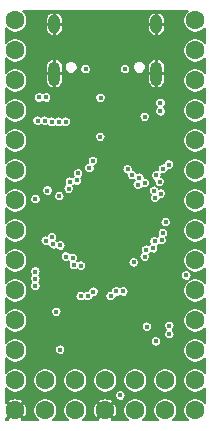
<source format=gbr>
G04 #@! TF.GenerationSoftware,KiCad,Pcbnew,5.1.9-1.fc33*
G04 #@! TF.CreationDate,2021-01-17T22:01:28+01:00*
G04 #@! TF.ProjectId,reDIP-SID,72654449-502d-4534-9944-2e6b69636164,0.1*
G04 #@! TF.SameCoordinates,PX5e28010PY8011a50*
G04 #@! TF.FileFunction,Copper,L2,Inr*
G04 #@! TF.FilePolarity,Positive*
%FSLAX46Y46*%
G04 Gerber Fmt 4.6, Leading zero omitted, Abs format (unit mm)*
G04 Created by KiCad (PCBNEW 5.1.9-1.fc33) date 2021-01-17 22:01:28*
%MOMM*%
%LPD*%
G01*
G04 APERTURE LIST*
G04 #@! TA.AperFunction,ComponentPad*
%ADD10O,1.000000X2.100000*%
G04 #@! TD*
G04 #@! TA.AperFunction,ComponentPad*
%ADD11O,1.000000X1.600000*%
G04 #@! TD*
G04 #@! TA.AperFunction,ComponentPad*
%ADD12C,1.600000*%
G04 #@! TD*
G04 #@! TA.AperFunction,ViaPad*
%ADD13C,0.450000*%
G04 #@! TD*
G04 #@! TA.AperFunction,Conductor*
%ADD14C,0.150000*%
G04 #@! TD*
G04 #@! TA.AperFunction,Conductor*
%ADD15C,0.100000*%
G04 #@! TD*
G04 APERTURE END LIST*
D10*
X4570000Y29790000D03*
X13210000Y29790000D03*
D11*
X13210000Y33970000D03*
X4570000Y33970000D03*
D12*
X16510000Y1270000D03*
X16510000Y3810000D03*
X16510000Y6350000D03*
X16510000Y8890000D03*
X16510000Y11430000D03*
X16510000Y13970000D03*
X16510000Y16510000D03*
X16510000Y19050000D03*
X16510000Y21590000D03*
X16510000Y24130000D03*
X3810000Y1270000D03*
X3810000Y3810000D03*
X6350000Y1270000D03*
X6350000Y3810000D03*
X8890000Y1270000D03*
X8890000Y3810000D03*
X11430000Y1270000D03*
X11430000Y3810000D03*
X13970000Y1270000D03*
X13970000Y3810000D03*
X1270000Y1270000D03*
X1270000Y3810000D03*
X1270000Y6350000D03*
X1270000Y8890000D03*
X1270000Y11430000D03*
X1270000Y13970000D03*
X1270000Y16510000D03*
X1270000Y19050000D03*
X1270000Y21590000D03*
X1270000Y24130000D03*
X16510000Y26670000D03*
X16510000Y29210000D03*
X16510000Y31750000D03*
X16510000Y34290000D03*
X1270000Y26670000D03*
X1270000Y29210000D03*
X1270000Y31750000D03*
X1270000Y34290000D03*
D13*
X12270000Y23250000D03*
X8890000Y7360000D03*
X7200000Y26120000D03*
X8890000Y9360000D03*
X12700000Y23670000D03*
X11850000Y22830000D03*
X12700000Y22830000D03*
X11850000Y23680000D03*
X9890000Y16300000D03*
X10900000Y17180000D03*
X8890000Y15290000D03*
X7900000Y16300000D03*
X7000000Y17180000D03*
X6260000Y5180000D03*
X15740000Y25400000D03*
X8740000Y19450000D03*
X3380000Y15240000D03*
X13550000Y15100000D03*
X15740000Y20320000D03*
X8890000Y17280000D03*
X2980000Y18570000D03*
X8460000Y25370000D03*
X4440000Y20340000D03*
X9900000Y27680000D03*
X13810000Y7130000D03*
X6680000Y27760000D03*
X13810000Y9030000D03*
X5350000Y24040000D03*
X4750000Y24040000D03*
X4150000Y24040000D03*
X3550000Y24040000D03*
X3850000Y23520000D03*
X4450000Y23520000D03*
X5050000Y23520000D03*
X5650000Y23520000D03*
X5950000Y24040000D03*
X3280000Y27770000D03*
X3880000Y27770000D03*
X4740000Y9620000D03*
X13170000Y7130000D03*
X12230000Y26130000D03*
X6830000Y13520000D03*
X13780000Y21740000D03*
X14000000Y17220000D03*
X3990000Y19890000D03*
X2980000Y19170000D03*
X3750000Y25800000D03*
X3150000Y25800000D03*
X13490000Y20630000D03*
X5550000Y14300000D03*
X5550000Y25710000D03*
X8490000Y27730000D03*
X10560000Y30170000D03*
X7220000Y30170000D03*
X11760000Y20970000D03*
X11640000Y20380000D03*
X9810000Y11350000D03*
X10410000Y11350000D03*
X12230000Y14290000D03*
X7410000Y10960000D03*
X2970000Y13030000D03*
X13570000Y19630000D03*
X13090000Y19270000D03*
X13060000Y15590000D03*
X12940000Y15000000D03*
X12350000Y14880000D03*
X6230000Y13580000D03*
X6140000Y14180000D03*
X2970000Y11810000D03*
X3840000Y15640000D03*
X4370000Y15940000D03*
X4480000Y15340000D03*
X5080000Y15240000D03*
X2970000Y12420000D03*
X13650000Y15700000D03*
X13760000Y16290000D03*
X13020000Y19870000D03*
X4350000Y25710000D03*
X7890000Y11330000D03*
X4950000Y25710000D03*
X11290000Y13820000D03*
X5070000Y6410000D03*
X4990000Y19420000D03*
X5790000Y20030000D03*
X5890000Y20640000D03*
X7550000Y21800000D03*
X6490000Y20740000D03*
X12410000Y8360000D03*
X7850000Y22400000D03*
X14280000Y22090000D03*
X13560000Y26600000D03*
X6810000Y10950000D03*
X6590000Y21340000D03*
X10160000Y2540000D03*
X9350000Y10960000D03*
X13560000Y27300000D03*
X13210000Y21170000D03*
X8460000Y24430000D03*
X15740000Y12700000D03*
X14310000Y8430000D03*
X12230000Y20530000D03*
X11140000Y21210000D03*
X14310000Y7730000D03*
X10780000Y21690000D03*
D14*
X15713830Y34943400D02*
X15601656Y34775520D01*
X15524390Y34588982D01*
X15485000Y34390954D01*
X15485000Y34189046D01*
X15524390Y33991018D01*
X15601656Y33804480D01*
X15713830Y33636600D01*
X15856600Y33493830D01*
X16024480Y33381656D01*
X16211018Y33304390D01*
X16409046Y33265000D01*
X16610954Y33265000D01*
X16808982Y33304390D01*
X16995520Y33381656D01*
X17163400Y33493830D01*
X17305001Y33635431D01*
X17305001Y32404569D01*
X17163400Y32546170D01*
X16995520Y32658344D01*
X16808982Y32735610D01*
X16610954Y32775000D01*
X16409046Y32775000D01*
X16211018Y32735610D01*
X16024480Y32658344D01*
X15856600Y32546170D01*
X15713830Y32403400D01*
X15601656Y32235520D01*
X15524390Y32048982D01*
X15485000Y31850954D01*
X15485000Y31649046D01*
X15524390Y31451018D01*
X15601656Y31264480D01*
X15713830Y31096600D01*
X15856600Y30953830D01*
X16024480Y30841656D01*
X16211018Y30764390D01*
X16409046Y30725000D01*
X16610954Y30725000D01*
X16808982Y30764390D01*
X16995520Y30841656D01*
X17163400Y30953830D01*
X17305001Y31095431D01*
X17305001Y29864569D01*
X17163400Y30006170D01*
X16995520Y30118344D01*
X16808982Y30195610D01*
X16610954Y30235000D01*
X16409046Y30235000D01*
X16211018Y30195610D01*
X16024480Y30118344D01*
X15856600Y30006170D01*
X15713830Y29863400D01*
X15601656Y29695520D01*
X15524390Y29508982D01*
X15485000Y29310954D01*
X15485000Y29109046D01*
X15524390Y28911018D01*
X15601656Y28724480D01*
X15713830Y28556600D01*
X15856600Y28413830D01*
X16024480Y28301656D01*
X16211018Y28224390D01*
X16409046Y28185000D01*
X16610954Y28185000D01*
X16808982Y28224390D01*
X16995520Y28301656D01*
X17163400Y28413830D01*
X17305001Y28555431D01*
X17305001Y27324569D01*
X17163400Y27466170D01*
X16995520Y27578344D01*
X16808982Y27655610D01*
X16610954Y27695000D01*
X16409046Y27695000D01*
X16211018Y27655610D01*
X16024480Y27578344D01*
X15856600Y27466170D01*
X15713830Y27323400D01*
X15601656Y27155520D01*
X15524390Y26968982D01*
X15485000Y26770954D01*
X15485000Y26569046D01*
X15524390Y26371018D01*
X15601656Y26184480D01*
X15713830Y26016600D01*
X15856600Y25873830D01*
X16024480Y25761656D01*
X16211018Y25684390D01*
X16409046Y25645000D01*
X16610954Y25645000D01*
X16808982Y25684390D01*
X16995520Y25761656D01*
X17163400Y25873830D01*
X17305001Y26015431D01*
X17305001Y24784569D01*
X17163400Y24926170D01*
X16995520Y25038344D01*
X16808982Y25115610D01*
X16610954Y25155000D01*
X16409046Y25155000D01*
X16211018Y25115610D01*
X16024480Y25038344D01*
X15856600Y24926170D01*
X15713830Y24783400D01*
X15601656Y24615520D01*
X15524390Y24428982D01*
X15485000Y24230954D01*
X15485000Y24029046D01*
X15524390Y23831018D01*
X15601656Y23644480D01*
X15713830Y23476600D01*
X15856600Y23333830D01*
X16024480Y23221656D01*
X16211018Y23144390D01*
X16409046Y23105000D01*
X16610954Y23105000D01*
X16808982Y23144390D01*
X16995520Y23221656D01*
X17163400Y23333830D01*
X17305001Y23475431D01*
X17305001Y22244569D01*
X17163400Y22386170D01*
X16995520Y22498344D01*
X16808982Y22575610D01*
X16610954Y22615000D01*
X16409046Y22615000D01*
X16211018Y22575610D01*
X16024480Y22498344D01*
X15856600Y22386170D01*
X15713830Y22243400D01*
X15601656Y22075520D01*
X15524390Y21888982D01*
X15485000Y21690954D01*
X15485000Y21489046D01*
X15524390Y21291018D01*
X15601656Y21104480D01*
X15713830Y20936600D01*
X15856600Y20793830D01*
X16024480Y20681656D01*
X16211018Y20604390D01*
X16409046Y20565000D01*
X16610954Y20565000D01*
X16808982Y20604390D01*
X16995520Y20681656D01*
X17163400Y20793830D01*
X17305001Y20935431D01*
X17305001Y19704569D01*
X17163400Y19846170D01*
X16995520Y19958344D01*
X16808982Y20035610D01*
X16610954Y20075000D01*
X16409046Y20075000D01*
X16211018Y20035610D01*
X16024480Y19958344D01*
X15856600Y19846170D01*
X15713830Y19703400D01*
X15601656Y19535520D01*
X15524390Y19348982D01*
X15485000Y19150954D01*
X15485000Y18949046D01*
X15524390Y18751018D01*
X15601656Y18564480D01*
X15713830Y18396600D01*
X15856600Y18253830D01*
X16024480Y18141656D01*
X16211018Y18064390D01*
X16409046Y18025000D01*
X16610954Y18025000D01*
X16808982Y18064390D01*
X16995520Y18141656D01*
X17163400Y18253830D01*
X17305001Y18395431D01*
X17305000Y17164570D01*
X17163400Y17306170D01*
X16995520Y17418344D01*
X16808982Y17495610D01*
X16610954Y17535000D01*
X16409046Y17535000D01*
X16211018Y17495610D01*
X16024480Y17418344D01*
X15856600Y17306170D01*
X15713830Y17163400D01*
X15601656Y16995520D01*
X15524390Y16808982D01*
X15485000Y16610954D01*
X15485000Y16409046D01*
X15524390Y16211018D01*
X15601656Y16024480D01*
X15713830Y15856600D01*
X15856600Y15713830D01*
X16024480Y15601656D01*
X16211018Y15524390D01*
X16409046Y15485000D01*
X16610954Y15485000D01*
X16808982Y15524390D01*
X16995520Y15601656D01*
X17163400Y15713830D01*
X17305000Y15855430D01*
X17305000Y14624570D01*
X17163400Y14766170D01*
X16995520Y14878344D01*
X16808982Y14955610D01*
X16610954Y14995000D01*
X16409046Y14995000D01*
X16211018Y14955610D01*
X16024480Y14878344D01*
X15856600Y14766170D01*
X15713830Y14623400D01*
X15601656Y14455520D01*
X15524390Y14268982D01*
X15485000Y14070954D01*
X15485000Y13869046D01*
X15524390Y13671018D01*
X15601656Y13484480D01*
X15713830Y13316600D01*
X15856600Y13173830D01*
X16024480Y13061656D01*
X16211018Y12984390D01*
X16409046Y12945000D01*
X16610954Y12945000D01*
X16808982Y12984390D01*
X16995520Y13061656D01*
X17163400Y13173830D01*
X17305000Y13315430D01*
X17305000Y12084570D01*
X17163400Y12226170D01*
X16995520Y12338344D01*
X16808982Y12415610D01*
X16610954Y12455000D01*
X16409046Y12455000D01*
X16211018Y12415610D01*
X16024480Y12338344D01*
X15856600Y12226170D01*
X15713830Y12083400D01*
X15601656Y11915520D01*
X15524390Y11728982D01*
X15485000Y11530954D01*
X15485000Y11329046D01*
X15524390Y11131018D01*
X15601656Y10944480D01*
X15713830Y10776600D01*
X15856600Y10633830D01*
X16024480Y10521656D01*
X16211018Y10444390D01*
X16409046Y10405000D01*
X16610954Y10405000D01*
X16808982Y10444390D01*
X16995520Y10521656D01*
X17163400Y10633830D01*
X17305000Y10775430D01*
X17305000Y9544570D01*
X17163400Y9686170D01*
X16995520Y9798344D01*
X16808982Y9875610D01*
X16610954Y9915000D01*
X16409046Y9915000D01*
X16211018Y9875610D01*
X16024480Y9798344D01*
X15856600Y9686170D01*
X15713830Y9543400D01*
X15601656Y9375520D01*
X15524390Y9188982D01*
X15485000Y8990954D01*
X15485000Y8789046D01*
X15524390Y8591018D01*
X15601656Y8404480D01*
X15713830Y8236600D01*
X15856600Y8093830D01*
X16024480Y7981656D01*
X16211018Y7904390D01*
X16409046Y7865000D01*
X16610954Y7865000D01*
X16808982Y7904390D01*
X16995520Y7981656D01*
X17163400Y8093830D01*
X17305000Y8235430D01*
X17305000Y7004570D01*
X17163400Y7146170D01*
X16995520Y7258344D01*
X16808982Y7335610D01*
X16610954Y7375000D01*
X16409046Y7375000D01*
X16211018Y7335610D01*
X16024480Y7258344D01*
X15856600Y7146170D01*
X15713830Y7003400D01*
X15601656Y6835520D01*
X15524390Y6648982D01*
X15485000Y6450954D01*
X15485000Y6249046D01*
X15524390Y6051018D01*
X15601656Y5864480D01*
X15713830Y5696600D01*
X15856600Y5553830D01*
X16024480Y5441656D01*
X16211018Y5364390D01*
X16409046Y5325000D01*
X16610954Y5325000D01*
X16808982Y5364390D01*
X16995520Y5441656D01*
X17163400Y5553830D01*
X17305000Y5695430D01*
X17305000Y4464570D01*
X17163400Y4606170D01*
X16995520Y4718344D01*
X16808982Y4795610D01*
X16610954Y4835000D01*
X16409046Y4835000D01*
X16211018Y4795610D01*
X16024480Y4718344D01*
X15856600Y4606170D01*
X15713830Y4463400D01*
X15601656Y4295520D01*
X15524390Y4108982D01*
X15485000Y3910954D01*
X15485000Y3709046D01*
X15524390Y3511018D01*
X15601656Y3324480D01*
X15713830Y3156600D01*
X15856600Y3013830D01*
X16024480Y2901656D01*
X16211018Y2824390D01*
X16409046Y2785000D01*
X16610954Y2785000D01*
X16808982Y2824390D01*
X16995520Y2901656D01*
X17163400Y3013830D01*
X17305000Y3155430D01*
X17305000Y1924570D01*
X17163400Y2066170D01*
X16995520Y2178344D01*
X16808982Y2255610D01*
X16610954Y2295000D01*
X16409046Y2295000D01*
X16211018Y2255610D01*
X16024480Y2178344D01*
X15856600Y2066170D01*
X15713830Y1923400D01*
X15601656Y1755520D01*
X15524390Y1568982D01*
X15485000Y1370954D01*
X15485000Y1169046D01*
X15524390Y971018D01*
X15601656Y784480D01*
X15713830Y616600D01*
X15855430Y475000D01*
X14624570Y475000D01*
X14766170Y616600D01*
X14878344Y784480D01*
X14955610Y971018D01*
X14995000Y1169046D01*
X14995000Y1370954D01*
X14955610Y1568982D01*
X14878344Y1755520D01*
X14766170Y1923400D01*
X14623400Y2066170D01*
X14455520Y2178344D01*
X14268982Y2255610D01*
X14070954Y2295000D01*
X13869046Y2295000D01*
X13671018Y2255610D01*
X13484480Y2178344D01*
X13316600Y2066170D01*
X13173830Y1923400D01*
X13061656Y1755520D01*
X12984390Y1568982D01*
X12945000Y1370954D01*
X12945000Y1169046D01*
X12984390Y971018D01*
X13061656Y784480D01*
X13173830Y616600D01*
X13315430Y475000D01*
X12084570Y475000D01*
X12226170Y616600D01*
X12338344Y784480D01*
X12415610Y971018D01*
X12455000Y1169046D01*
X12455000Y1370954D01*
X12415610Y1568982D01*
X12338344Y1755520D01*
X12226170Y1923400D01*
X12083400Y2066170D01*
X11915520Y2178344D01*
X11728982Y2255610D01*
X11530954Y2295000D01*
X11329046Y2295000D01*
X11131018Y2255610D01*
X10944480Y2178344D01*
X10776600Y2066170D01*
X10633830Y1923400D01*
X10521656Y1755520D01*
X10444390Y1568982D01*
X10405000Y1370954D01*
X10405000Y1169046D01*
X10444390Y971018D01*
X10521656Y784480D01*
X10633830Y616600D01*
X10775430Y475000D01*
X9496537Y475000D01*
X9542253Y547036D01*
X8890000Y1199289D01*
X8237747Y547036D01*
X8283463Y475000D01*
X7004570Y475000D01*
X7146170Y616600D01*
X7258344Y784480D01*
X7335610Y971018D01*
X7375000Y1169046D01*
X7375000Y1260427D01*
X7860083Y1260427D01*
X7881741Y1059684D01*
X7942145Y867023D01*
X8028337Y705769D01*
X8167036Y617747D01*
X8819289Y1270000D01*
X8960711Y1270000D01*
X9612964Y617747D01*
X9751663Y705769D01*
X9845182Y884712D01*
X9901994Y1078462D01*
X9919917Y1279573D01*
X9898259Y1480316D01*
X9837855Y1672977D01*
X9751663Y1834231D01*
X9612964Y1922253D01*
X8960711Y1270000D01*
X8819289Y1270000D01*
X8167036Y1922253D01*
X8028337Y1834231D01*
X7934818Y1655288D01*
X7878006Y1461538D01*
X7860083Y1260427D01*
X7375000Y1260427D01*
X7375000Y1370954D01*
X7335610Y1568982D01*
X7258344Y1755520D01*
X7146170Y1923400D01*
X7076606Y1992964D01*
X8237747Y1992964D01*
X8890000Y1340711D01*
X9542253Y1992964D01*
X9454231Y2131663D01*
X9275288Y2225182D01*
X9081538Y2281994D01*
X8880427Y2299917D01*
X8679684Y2278259D01*
X8487023Y2217855D01*
X8325769Y2131663D01*
X8237747Y1992964D01*
X7076606Y1992964D01*
X7003400Y2066170D01*
X6835520Y2178344D01*
X6648982Y2255610D01*
X6450954Y2295000D01*
X6249046Y2295000D01*
X6051018Y2255610D01*
X5864480Y2178344D01*
X5696600Y2066170D01*
X5553830Y1923400D01*
X5441656Y1755520D01*
X5364390Y1568982D01*
X5325000Y1370954D01*
X5325000Y1169046D01*
X5364390Y971018D01*
X5441656Y784480D01*
X5553830Y616600D01*
X5695430Y475000D01*
X4464570Y475000D01*
X4606170Y616600D01*
X4718344Y784480D01*
X4795610Y971018D01*
X4835000Y1169046D01*
X4835000Y1370954D01*
X4795610Y1568982D01*
X4718344Y1755520D01*
X4606170Y1923400D01*
X4463400Y2066170D01*
X4295520Y2178344D01*
X4108982Y2255610D01*
X3910954Y2295000D01*
X3709046Y2295000D01*
X3511018Y2255610D01*
X3324480Y2178344D01*
X3156600Y2066170D01*
X3013830Y1923400D01*
X2901656Y1755520D01*
X2824390Y1568982D01*
X2785000Y1370954D01*
X2785000Y1169046D01*
X2824390Y971018D01*
X2901656Y784480D01*
X3013830Y616600D01*
X3155430Y475000D01*
X1876537Y475000D01*
X1922253Y547036D01*
X1270000Y1199289D01*
X617747Y547036D01*
X663463Y475000D01*
X523228Y475000D01*
X495587Y477710D01*
X491341Y478992D01*
X487426Y481074D01*
X483990Y483877D01*
X481163Y487294D01*
X479051Y491198D01*
X477742Y495429D01*
X475000Y521516D01*
X475000Y663463D01*
X547036Y617747D01*
X1199289Y1270000D01*
X1340711Y1270000D01*
X1992964Y617747D01*
X2131663Y705769D01*
X2225182Y884712D01*
X2281994Y1078462D01*
X2299917Y1279573D01*
X2278259Y1480316D01*
X2217855Y1672977D01*
X2131663Y1834231D01*
X1992964Y1922253D01*
X1340711Y1270000D01*
X1199289Y1270000D01*
X547036Y1922253D01*
X475000Y1876537D01*
X475000Y1992964D01*
X617747Y1992964D01*
X1270000Y1340711D01*
X1922253Y1992964D01*
X1834231Y2131663D01*
X1655288Y2225182D01*
X1461538Y2281994D01*
X1260427Y2299917D01*
X1059684Y2278259D01*
X867023Y2217855D01*
X705769Y2131663D01*
X617747Y1992964D01*
X475000Y1992964D01*
X475000Y2584321D01*
X9710000Y2584321D01*
X9710000Y2495679D01*
X9727294Y2408740D01*
X9761215Y2326845D01*
X9810462Y2253142D01*
X9873142Y2190462D01*
X9946845Y2141215D01*
X10028740Y2107294D01*
X10115679Y2090000D01*
X10204321Y2090000D01*
X10291260Y2107294D01*
X10373155Y2141215D01*
X10446858Y2190462D01*
X10509538Y2253142D01*
X10558785Y2326845D01*
X10592706Y2408740D01*
X10610000Y2495679D01*
X10610000Y2584321D01*
X10592706Y2671260D01*
X10558785Y2753155D01*
X10509538Y2826858D01*
X10446858Y2889538D01*
X10373155Y2938785D01*
X10291260Y2972706D01*
X10204321Y2990000D01*
X10115679Y2990000D01*
X10028740Y2972706D01*
X9946845Y2938785D01*
X9873142Y2889538D01*
X9810462Y2826858D01*
X9761215Y2753155D01*
X9727294Y2671260D01*
X9710000Y2584321D01*
X475000Y2584321D01*
X475000Y3155430D01*
X616600Y3013830D01*
X784480Y2901656D01*
X971018Y2824390D01*
X1169046Y2785000D01*
X1370954Y2785000D01*
X1568982Y2824390D01*
X1755520Y2901656D01*
X1923400Y3013830D01*
X2066170Y3156600D01*
X2178344Y3324480D01*
X2255610Y3511018D01*
X2295000Y3709046D01*
X2295000Y3910954D01*
X2785000Y3910954D01*
X2785000Y3709046D01*
X2824390Y3511018D01*
X2901656Y3324480D01*
X3013830Y3156600D01*
X3156600Y3013830D01*
X3324480Y2901656D01*
X3511018Y2824390D01*
X3709046Y2785000D01*
X3910954Y2785000D01*
X4108982Y2824390D01*
X4295520Y2901656D01*
X4463400Y3013830D01*
X4606170Y3156600D01*
X4718344Y3324480D01*
X4795610Y3511018D01*
X4835000Y3709046D01*
X4835000Y3910954D01*
X5325000Y3910954D01*
X5325000Y3709046D01*
X5364390Y3511018D01*
X5441656Y3324480D01*
X5553830Y3156600D01*
X5696600Y3013830D01*
X5864480Y2901656D01*
X6051018Y2824390D01*
X6249046Y2785000D01*
X6450954Y2785000D01*
X6648982Y2824390D01*
X6835520Y2901656D01*
X7003400Y3013830D01*
X7146170Y3156600D01*
X7258344Y3324480D01*
X7335610Y3511018D01*
X7375000Y3709046D01*
X7375000Y3910954D01*
X7865000Y3910954D01*
X7865000Y3709046D01*
X7904390Y3511018D01*
X7981656Y3324480D01*
X8093830Y3156600D01*
X8236600Y3013830D01*
X8404480Y2901656D01*
X8591018Y2824390D01*
X8789046Y2785000D01*
X8990954Y2785000D01*
X9188982Y2824390D01*
X9375520Y2901656D01*
X9543400Y3013830D01*
X9686170Y3156600D01*
X9798344Y3324480D01*
X9875610Y3511018D01*
X9915000Y3709046D01*
X9915000Y3910954D01*
X10405000Y3910954D01*
X10405000Y3709046D01*
X10444390Y3511018D01*
X10521656Y3324480D01*
X10633830Y3156600D01*
X10776600Y3013830D01*
X10944480Y2901656D01*
X11131018Y2824390D01*
X11329046Y2785000D01*
X11530954Y2785000D01*
X11728982Y2824390D01*
X11915520Y2901656D01*
X12083400Y3013830D01*
X12226170Y3156600D01*
X12338344Y3324480D01*
X12415610Y3511018D01*
X12455000Y3709046D01*
X12455000Y3910954D01*
X12945000Y3910954D01*
X12945000Y3709046D01*
X12984390Y3511018D01*
X13061656Y3324480D01*
X13173830Y3156600D01*
X13316600Y3013830D01*
X13484480Y2901656D01*
X13671018Y2824390D01*
X13869046Y2785000D01*
X14070954Y2785000D01*
X14268982Y2824390D01*
X14455520Y2901656D01*
X14623400Y3013830D01*
X14766170Y3156600D01*
X14878344Y3324480D01*
X14955610Y3511018D01*
X14995000Y3709046D01*
X14995000Y3910954D01*
X14955610Y4108982D01*
X14878344Y4295520D01*
X14766170Y4463400D01*
X14623400Y4606170D01*
X14455520Y4718344D01*
X14268982Y4795610D01*
X14070954Y4835000D01*
X13869046Y4835000D01*
X13671018Y4795610D01*
X13484480Y4718344D01*
X13316600Y4606170D01*
X13173830Y4463400D01*
X13061656Y4295520D01*
X12984390Y4108982D01*
X12945000Y3910954D01*
X12455000Y3910954D01*
X12415610Y4108982D01*
X12338344Y4295520D01*
X12226170Y4463400D01*
X12083400Y4606170D01*
X11915520Y4718344D01*
X11728982Y4795610D01*
X11530954Y4835000D01*
X11329046Y4835000D01*
X11131018Y4795610D01*
X10944480Y4718344D01*
X10776600Y4606170D01*
X10633830Y4463400D01*
X10521656Y4295520D01*
X10444390Y4108982D01*
X10405000Y3910954D01*
X9915000Y3910954D01*
X9875610Y4108982D01*
X9798344Y4295520D01*
X9686170Y4463400D01*
X9543400Y4606170D01*
X9375520Y4718344D01*
X9188982Y4795610D01*
X8990954Y4835000D01*
X8789046Y4835000D01*
X8591018Y4795610D01*
X8404480Y4718344D01*
X8236600Y4606170D01*
X8093830Y4463400D01*
X7981656Y4295520D01*
X7904390Y4108982D01*
X7865000Y3910954D01*
X7375000Y3910954D01*
X7335610Y4108982D01*
X7258344Y4295520D01*
X7146170Y4463400D01*
X7003400Y4606170D01*
X6835520Y4718344D01*
X6648982Y4795610D01*
X6450954Y4835000D01*
X6249046Y4835000D01*
X6051018Y4795610D01*
X5864480Y4718344D01*
X5696600Y4606170D01*
X5553830Y4463400D01*
X5441656Y4295520D01*
X5364390Y4108982D01*
X5325000Y3910954D01*
X4835000Y3910954D01*
X4795610Y4108982D01*
X4718344Y4295520D01*
X4606170Y4463400D01*
X4463400Y4606170D01*
X4295520Y4718344D01*
X4108982Y4795610D01*
X3910954Y4835000D01*
X3709046Y4835000D01*
X3511018Y4795610D01*
X3324480Y4718344D01*
X3156600Y4606170D01*
X3013830Y4463400D01*
X2901656Y4295520D01*
X2824390Y4108982D01*
X2785000Y3910954D01*
X2295000Y3910954D01*
X2255610Y4108982D01*
X2178344Y4295520D01*
X2066170Y4463400D01*
X1923400Y4606170D01*
X1755520Y4718344D01*
X1568982Y4795610D01*
X1370954Y4835000D01*
X1169046Y4835000D01*
X971018Y4795610D01*
X784480Y4718344D01*
X616600Y4606170D01*
X475000Y4464570D01*
X475000Y5695430D01*
X616600Y5553830D01*
X784480Y5441656D01*
X971018Y5364390D01*
X1169046Y5325000D01*
X1370954Y5325000D01*
X1568982Y5364390D01*
X1755520Y5441656D01*
X1923400Y5553830D01*
X2066170Y5696600D01*
X2178344Y5864480D01*
X2255610Y6051018D01*
X2295000Y6249046D01*
X2295000Y6450954D01*
X2294331Y6454321D01*
X4620000Y6454321D01*
X4620000Y6365679D01*
X4637294Y6278740D01*
X4671215Y6196845D01*
X4720462Y6123142D01*
X4783142Y6060462D01*
X4856845Y6011215D01*
X4938740Y5977294D01*
X5025679Y5960000D01*
X5114321Y5960000D01*
X5201260Y5977294D01*
X5283155Y6011215D01*
X5356858Y6060462D01*
X5419538Y6123142D01*
X5468785Y6196845D01*
X5502706Y6278740D01*
X5520000Y6365679D01*
X5520000Y6454321D01*
X5502706Y6541260D01*
X5468785Y6623155D01*
X5419538Y6696858D01*
X5356858Y6759538D01*
X5283155Y6808785D01*
X5201260Y6842706D01*
X5114321Y6860000D01*
X5025679Y6860000D01*
X4938740Y6842706D01*
X4856845Y6808785D01*
X4783142Y6759538D01*
X4720462Y6696858D01*
X4671215Y6623155D01*
X4637294Y6541260D01*
X4620000Y6454321D01*
X2294331Y6454321D01*
X2255610Y6648982D01*
X2178344Y6835520D01*
X2066170Y7003400D01*
X1923400Y7146170D01*
X1881270Y7174321D01*
X12720000Y7174321D01*
X12720000Y7085679D01*
X12737294Y6998740D01*
X12771215Y6916845D01*
X12820462Y6843142D01*
X12883142Y6780462D01*
X12956845Y6731215D01*
X13038740Y6697294D01*
X13125679Y6680000D01*
X13214321Y6680000D01*
X13301260Y6697294D01*
X13383155Y6731215D01*
X13456858Y6780462D01*
X13519538Y6843142D01*
X13568785Y6916845D01*
X13602706Y6998740D01*
X13620000Y7085679D01*
X13620000Y7174321D01*
X13602706Y7261260D01*
X13568785Y7343155D01*
X13519538Y7416858D01*
X13456858Y7479538D01*
X13383155Y7528785D01*
X13301260Y7562706D01*
X13214321Y7580000D01*
X13125679Y7580000D01*
X13038740Y7562706D01*
X12956845Y7528785D01*
X12883142Y7479538D01*
X12820462Y7416858D01*
X12771215Y7343155D01*
X12737294Y7261260D01*
X12720000Y7174321D01*
X1881270Y7174321D01*
X1755520Y7258344D01*
X1568982Y7335610D01*
X1370954Y7375000D01*
X1169046Y7375000D01*
X971018Y7335610D01*
X784480Y7258344D01*
X616600Y7146170D01*
X475000Y7004570D01*
X475000Y8235430D01*
X616600Y8093830D01*
X784480Y7981656D01*
X971018Y7904390D01*
X1169046Y7865000D01*
X1370954Y7865000D01*
X1568982Y7904390D01*
X1755520Y7981656D01*
X1923400Y8093830D01*
X2066170Y8236600D01*
X2178237Y8404321D01*
X11960000Y8404321D01*
X11960000Y8315679D01*
X11977294Y8228740D01*
X12011215Y8146845D01*
X12060462Y8073142D01*
X12123142Y8010462D01*
X12196845Y7961215D01*
X12278740Y7927294D01*
X12365679Y7910000D01*
X12454321Y7910000D01*
X12541260Y7927294D01*
X12623155Y7961215D01*
X12696858Y8010462D01*
X12759538Y8073142D01*
X12808785Y8146845D01*
X12842706Y8228740D01*
X12860000Y8315679D01*
X12860000Y8404321D01*
X12846076Y8474321D01*
X13860000Y8474321D01*
X13860000Y8385679D01*
X13877294Y8298740D01*
X13911215Y8216845D01*
X13960462Y8143142D01*
X14023142Y8080462D01*
X14023833Y8080000D01*
X14023142Y8079538D01*
X13960462Y8016858D01*
X13911215Y7943155D01*
X13877294Y7861260D01*
X13860000Y7774321D01*
X13860000Y7685679D01*
X13877294Y7598740D01*
X13911215Y7516845D01*
X13960462Y7443142D01*
X14023142Y7380462D01*
X14096845Y7331215D01*
X14178740Y7297294D01*
X14265679Y7280000D01*
X14354321Y7280000D01*
X14441260Y7297294D01*
X14523155Y7331215D01*
X14596858Y7380462D01*
X14659538Y7443142D01*
X14708785Y7516845D01*
X14742706Y7598740D01*
X14760000Y7685679D01*
X14760000Y7774321D01*
X14742706Y7861260D01*
X14708785Y7943155D01*
X14659538Y8016858D01*
X14596858Y8079538D01*
X14596167Y8080000D01*
X14596858Y8080462D01*
X14659538Y8143142D01*
X14708785Y8216845D01*
X14742706Y8298740D01*
X14760000Y8385679D01*
X14760000Y8474321D01*
X14742706Y8561260D01*
X14708785Y8643155D01*
X14659538Y8716858D01*
X14596858Y8779538D01*
X14523155Y8828785D01*
X14441260Y8862706D01*
X14354321Y8880000D01*
X14265679Y8880000D01*
X14178740Y8862706D01*
X14096845Y8828785D01*
X14023142Y8779538D01*
X13960462Y8716858D01*
X13911215Y8643155D01*
X13877294Y8561260D01*
X13860000Y8474321D01*
X12846076Y8474321D01*
X12842706Y8491260D01*
X12808785Y8573155D01*
X12759538Y8646858D01*
X12696858Y8709538D01*
X12623155Y8758785D01*
X12541260Y8792706D01*
X12454321Y8810000D01*
X12365679Y8810000D01*
X12278740Y8792706D01*
X12196845Y8758785D01*
X12123142Y8709538D01*
X12060462Y8646858D01*
X12011215Y8573155D01*
X11977294Y8491260D01*
X11960000Y8404321D01*
X2178237Y8404321D01*
X2178344Y8404480D01*
X2255610Y8591018D01*
X2295000Y8789046D01*
X2295000Y8990954D01*
X2255610Y9188982D01*
X2178344Y9375520D01*
X2066170Y9543400D01*
X1945249Y9664321D01*
X4290000Y9664321D01*
X4290000Y9575679D01*
X4307294Y9488740D01*
X4341215Y9406845D01*
X4390462Y9333142D01*
X4453142Y9270462D01*
X4526845Y9221215D01*
X4608740Y9187294D01*
X4695679Y9170000D01*
X4784321Y9170000D01*
X4871260Y9187294D01*
X4953155Y9221215D01*
X5026858Y9270462D01*
X5089538Y9333142D01*
X5138785Y9406845D01*
X5172706Y9488740D01*
X5190000Y9575679D01*
X5190000Y9664321D01*
X5172706Y9751260D01*
X5138785Y9833155D01*
X5089538Y9906858D01*
X5026858Y9969538D01*
X4953155Y10018785D01*
X4871260Y10052706D01*
X4784321Y10070000D01*
X4695679Y10070000D01*
X4608740Y10052706D01*
X4526845Y10018785D01*
X4453142Y9969538D01*
X4390462Y9906858D01*
X4341215Y9833155D01*
X4307294Y9751260D01*
X4290000Y9664321D01*
X1945249Y9664321D01*
X1923400Y9686170D01*
X1755520Y9798344D01*
X1568982Y9875610D01*
X1370954Y9915000D01*
X1169046Y9915000D01*
X971018Y9875610D01*
X784480Y9798344D01*
X616600Y9686170D01*
X475000Y9544570D01*
X475000Y10775430D01*
X616600Y10633830D01*
X784480Y10521656D01*
X971018Y10444390D01*
X1169046Y10405000D01*
X1370954Y10405000D01*
X1568982Y10444390D01*
X1755520Y10521656D01*
X1923400Y10633830D01*
X2066170Y10776600D01*
X2178344Y10944480D01*
X2198988Y10994321D01*
X6360000Y10994321D01*
X6360000Y10905679D01*
X6377294Y10818740D01*
X6411215Y10736845D01*
X6460462Y10663142D01*
X6523142Y10600462D01*
X6596845Y10551215D01*
X6678740Y10517294D01*
X6765679Y10500000D01*
X6854321Y10500000D01*
X6941260Y10517294D01*
X7023155Y10551215D01*
X7096858Y10600462D01*
X7115000Y10618604D01*
X7123142Y10610462D01*
X7196845Y10561215D01*
X7278740Y10527294D01*
X7365679Y10510000D01*
X7454321Y10510000D01*
X7541260Y10527294D01*
X7623155Y10561215D01*
X7696858Y10610462D01*
X7759538Y10673142D01*
X7808785Y10746845D01*
X7842706Y10828740D01*
X7852903Y10880000D01*
X7934321Y10880000D01*
X8021260Y10897294D01*
X8103155Y10931215D01*
X8176858Y10980462D01*
X8200717Y11004321D01*
X8900000Y11004321D01*
X8900000Y10915679D01*
X8917294Y10828740D01*
X8951215Y10746845D01*
X9000462Y10673142D01*
X9063142Y10610462D01*
X9136845Y10561215D01*
X9218740Y10527294D01*
X9305679Y10510000D01*
X9394321Y10510000D01*
X9481260Y10527294D01*
X9563155Y10561215D01*
X9636858Y10610462D01*
X9699538Y10673142D01*
X9748785Y10746845D01*
X9782706Y10828740D01*
X9796881Y10900000D01*
X9854321Y10900000D01*
X9941260Y10917294D01*
X10023155Y10951215D01*
X10096858Y11000462D01*
X10110000Y11013604D01*
X10123142Y11000462D01*
X10196845Y10951215D01*
X10278740Y10917294D01*
X10365679Y10900000D01*
X10454321Y10900000D01*
X10541260Y10917294D01*
X10623155Y10951215D01*
X10696858Y11000462D01*
X10759538Y11063142D01*
X10808785Y11136845D01*
X10842706Y11218740D01*
X10860000Y11305679D01*
X10860000Y11394321D01*
X10842706Y11481260D01*
X10808785Y11563155D01*
X10759538Y11636858D01*
X10696858Y11699538D01*
X10623155Y11748785D01*
X10541260Y11782706D01*
X10454321Y11800000D01*
X10365679Y11800000D01*
X10278740Y11782706D01*
X10196845Y11748785D01*
X10123142Y11699538D01*
X10110000Y11686396D01*
X10096858Y11699538D01*
X10023155Y11748785D01*
X9941260Y11782706D01*
X9854321Y11800000D01*
X9765679Y11800000D01*
X9678740Y11782706D01*
X9596845Y11748785D01*
X9523142Y11699538D01*
X9460462Y11636858D01*
X9411215Y11563155D01*
X9377294Y11481260D01*
X9363119Y11410000D01*
X9305679Y11410000D01*
X9218740Y11392706D01*
X9136845Y11358785D01*
X9063142Y11309538D01*
X9000462Y11246858D01*
X8951215Y11173155D01*
X8917294Y11091260D01*
X8900000Y11004321D01*
X8200717Y11004321D01*
X8239538Y11043142D01*
X8288785Y11116845D01*
X8322706Y11198740D01*
X8340000Y11285679D01*
X8340000Y11374321D01*
X8322706Y11461260D01*
X8288785Y11543155D01*
X8239538Y11616858D01*
X8176858Y11679538D01*
X8103155Y11728785D01*
X8021260Y11762706D01*
X7934321Y11780000D01*
X7845679Y11780000D01*
X7758740Y11762706D01*
X7676845Y11728785D01*
X7603142Y11679538D01*
X7540462Y11616858D01*
X7491215Y11543155D01*
X7457294Y11461260D01*
X7447097Y11410000D01*
X7365679Y11410000D01*
X7278740Y11392706D01*
X7196845Y11358785D01*
X7123142Y11309538D01*
X7105000Y11291396D01*
X7096858Y11299538D01*
X7023155Y11348785D01*
X6941260Y11382706D01*
X6854321Y11400000D01*
X6765679Y11400000D01*
X6678740Y11382706D01*
X6596845Y11348785D01*
X6523142Y11299538D01*
X6460462Y11236858D01*
X6411215Y11163155D01*
X6377294Y11081260D01*
X6360000Y10994321D01*
X2198988Y10994321D01*
X2255610Y11131018D01*
X2295000Y11329046D01*
X2295000Y11530954D01*
X2255610Y11728982D01*
X2178344Y11915520D01*
X2066170Y12083400D01*
X1923400Y12226170D01*
X1755520Y12338344D01*
X1568982Y12415610D01*
X1370954Y12455000D01*
X1169046Y12455000D01*
X971018Y12415610D01*
X784480Y12338344D01*
X616600Y12226170D01*
X475000Y12084570D01*
X475000Y13315430D01*
X616600Y13173830D01*
X784480Y13061656D01*
X971018Y12984390D01*
X1169046Y12945000D01*
X1370954Y12945000D01*
X1568982Y12984390D01*
X1755520Y13061656D01*
X1774474Y13074321D01*
X2520000Y13074321D01*
X2520000Y12985679D01*
X2537294Y12898740D01*
X2571215Y12816845D01*
X2620462Y12743142D01*
X2638604Y12725000D01*
X2620462Y12706858D01*
X2571215Y12633155D01*
X2537294Y12551260D01*
X2520000Y12464321D01*
X2520000Y12375679D01*
X2537294Y12288740D01*
X2571215Y12206845D01*
X2620462Y12133142D01*
X2638604Y12115000D01*
X2620462Y12096858D01*
X2571215Y12023155D01*
X2537294Y11941260D01*
X2520000Y11854321D01*
X2520000Y11765679D01*
X2537294Y11678740D01*
X2571215Y11596845D01*
X2620462Y11523142D01*
X2683142Y11460462D01*
X2756845Y11411215D01*
X2838740Y11377294D01*
X2925679Y11360000D01*
X3014321Y11360000D01*
X3101260Y11377294D01*
X3183155Y11411215D01*
X3256858Y11460462D01*
X3319538Y11523142D01*
X3368785Y11596845D01*
X3402706Y11678740D01*
X3420000Y11765679D01*
X3420000Y11854321D01*
X3402706Y11941260D01*
X3368785Y12023155D01*
X3319538Y12096858D01*
X3301396Y12115000D01*
X3319538Y12133142D01*
X3368785Y12206845D01*
X3402706Y12288740D01*
X3420000Y12375679D01*
X3420000Y12464321D01*
X3402706Y12551260D01*
X3368785Y12633155D01*
X3319538Y12706858D01*
X3301396Y12725000D01*
X3319538Y12743142D01*
X3320325Y12744321D01*
X15290000Y12744321D01*
X15290000Y12655679D01*
X15307294Y12568740D01*
X15341215Y12486845D01*
X15390462Y12413142D01*
X15453142Y12350462D01*
X15526845Y12301215D01*
X15608740Y12267294D01*
X15695679Y12250000D01*
X15784321Y12250000D01*
X15871260Y12267294D01*
X15953155Y12301215D01*
X16026858Y12350462D01*
X16089538Y12413142D01*
X16138785Y12486845D01*
X16172706Y12568740D01*
X16190000Y12655679D01*
X16190000Y12744321D01*
X16172706Y12831260D01*
X16138785Y12913155D01*
X16089538Y12986858D01*
X16026858Y13049538D01*
X15953155Y13098785D01*
X15871260Y13132706D01*
X15784321Y13150000D01*
X15695679Y13150000D01*
X15608740Y13132706D01*
X15526845Y13098785D01*
X15453142Y13049538D01*
X15390462Y12986858D01*
X15341215Y12913155D01*
X15307294Y12831260D01*
X15290000Y12744321D01*
X3320325Y12744321D01*
X3368785Y12816845D01*
X3402706Y12898740D01*
X3420000Y12985679D01*
X3420000Y13074321D01*
X3402706Y13161260D01*
X3368785Y13243155D01*
X3319538Y13316858D01*
X3256858Y13379538D01*
X3183155Y13428785D01*
X3101260Y13462706D01*
X3014321Y13480000D01*
X2925679Y13480000D01*
X2838740Y13462706D01*
X2756845Y13428785D01*
X2683142Y13379538D01*
X2620462Y13316858D01*
X2571215Y13243155D01*
X2537294Y13161260D01*
X2520000Y13074321D01*
X1774474Y13074321D01*
X1923400Y13173830D01*
X2066170Y13316600D01*
X2178344Y13484480D01*
X2255610Y13671018D01*
X2295000Y13869046D01*
X2295000Y14070954D01*
X2255610Y14268982D01*
X2224404Y14344321D01*
X5100000Y14344321D01*
X5100000Y14255679D01*
X5117294Y14168740D01*
X5151215Y14086845D01*
X5200462Y14013142D01*
X5263142Y13950462D01*
X5336845Y13901215D01*
X5418740Y13867294D01*
X5505679Y13850000D01*
X5594321Y13850000D01*
X5681260Y13867294D01*
X5763155Y13901215D01*
X5778304Y13911337D01*
X5790462Y13893142D01*
X5853142Y13830462D01*
X5855217Y13829076D01*
X5831215Y13793155D01*
X5797294Y13711260D01*
X5780000Y13624321D01*
X5780000Y13535679D01*
X5797294Y13448740D01*
X5831215Y13366845D01*
X5880462Y13293142D01*
X5943142Y13230462D01*
X6016845Y13181215D01*
X6098740Y13147294D01*
X6185679Y13130000D01*
X6274321Y13130000D01*
X6361260Y13147294D01*
X6443155Y13181215D01*
X6496647Y13216957D01*
X6543142Y13170462D01*
X6616845Y13121215D01*
X6698740Y13087294D01*
X6785679Y13070000D01*
X6874321Y13070000D01*
X6961260Y13087294D01*
X7043155Y13121215D01*
X7116858Y13170462D01*
X7179538Y13233142D01*
X7228785Y13306845D01*
X7262706Y13388740D01*
X7280000Y13475679D01*
X7280000Y13564321D01*
X7262706Y13651260D01*
X7228785Y13733155D01*
X7179538Y13806858D01*
X7122075Y13864321D01*
X10840000Y13864321D01*
X10840000Y13775679D01*
X10857294Y13688740D01*
X10891215Y13606845D01*
X10940462Y13533142D01*
X11003142Y13470462D01*
X11076845Y13421215D01*
X11158740Y13387294D01*
X11245679Y13370000D01*
X11334321Y13370000D01*
X11421260Y13387294D01*
X11503155Y13421215D01*
X11576858Y13470462D01*
X11639538Y13533142D01*
X11688785Y13606845D01*
X11722706Y13688740D01*
X11740000Y13775679D01*
X11740000Y13864321D01*
X11722706Y13951260D01*
X11688785Y14033155D01*
X11639538Y14106858D01*
X11576858Y14169538D01*
X11503155Y14218785D01*
X11421260Y14252706D01*
X11334321Y14270000D01*
X11245679Y14270000D01*
X11158740Y14252706D01*
X11076845Y14218785D01*
X11003142Y14169538D01*
X10940462Y14106858D01*
X10891215Y14033155D01*
X10857294Y13951260D01*
X10840000Y13864321D01*
X7122075Y13864321D01*
X7116858Y13869538D01*
X7043155Y13918785D01*
X6961260Y13952706D01*
X6874321Y13970000D01*
X6785679Y13970000D01*
X6698740Y13952706D01*
X6616845Y13918785D01*
X6563353Y13883043D01*
X6516858Y13929538D01*
X6514783Y13930924D01*
X6538785Y13966845D01*
X6572706Y14048740D01*
X6590000Y14135679D01*
X6590000Y14224321D01*
X6572706Y14311260D01*
X6563155Y14334321D01*
X11780000Y14334321D01*
X11780000Y14245679D01*
X11797294Y14158740D01*
X11831215Y14076845D01*
X11880462Y14003142D01*
X11943142Y13940462D01*
X12016845Y13891215D01*
X12098740Y13857294D01*
X12185679Y13840000D01*
X12274321Y13840000D01*
X12361260Y13857294D01*
X12443155Y13891215D01*
X12516858Y13940462D01*
X12579538Y14003142D01*
X12628785Y14076845D01*
X12662706Y14158740D01*
X12680000Y14245679D01*
X12680000Y14334321D01*
X12662706Y14421260D01*
X12628785Y14503155D01*
X12618663Y14518304D01*
X12636858Y14530462D01*
X12699538Y14593142D01*
X12711696Y14611337D01*
X12726845Y14601215D01*
X12808740Y14567294D01*
X12895679Y14550000D01*
X12984321Y14550000D01*
X13071260Y14567294D01*
X13153155Y14601215D01*
X13226858Y14650462D01*
X13289538Y14713142D01*
X13338785Y14786845D01*
X13372706Y14868740D01*
X13390000Y14955679D01*
X13390000Y15044321D01*
X13372706Y15131260D01*
X13338785Y15213155D01*
X13328663Y15228304D01*
X13346858Y15240462D01*
X13409538Y15303142D01*
X13417076Y15314424D01*
X13436845Y15301215D01*
X13518740Y15267294D01*
X13605679Y15250000D01*
X13694321Y15250000D01*
X13781260Y15267294D01*
X13863155Y15301215D01*
X13936858Y15350462D01*
X13999538Y15413142D01*
X14048785Y15486845D01*
X14082706Y15568740D01*
X14100000Y15655679D01*
X14100000Y15744321D01*
X14082706Y15831260D01*
X14048785Y15913155D01*
X14035576Y15932924D01*
X14046858Y15940462D01*
X14109538Y16003142D01*
X14158785Y16076845D01*
X14192706Y16158740D01*
X14210000Y16245679D01*
X14210000Y16334321D01*
X14192706Y16421260D01*
X14158785Y16503155D01*
X14109538Y16576858D01*
X14046858Y16639538D01*
X13973155Y16688785D01*
X13891260Y16722706D01*
X13804321Y16740000D01*
X13715679Y16740000D01*
X13628740Y16722706D01*
X13546845Y16688785D01*
X13473142Y16639538D01*
X13410462Y16576858D01*
X13361215Y16503155D01*
X13327294Y16421260D01*
X13310000Y16334321D01*
X13310000Y16245679D01*
X13327294Y16158740D01*
X13361215Y16076845D01*
X13374424Y16057076D01*
X13363142Y16049538D01*
X13300462Y15986858D01*
X13292924Y15975576D01*
X13273155Y15988785D01*
X13191260Y16022706D01*
X13104321Y16040000D01*
X13015679Y16040000D01*
X12928740Y16022706D01*
X12846845Y15988785D01*
X12773142Y15939538D01*
X12710462Y15876858D01*
X12661215Y15803155D01*
X12627294Y15721260D01*
X12610000Y15634321D01*
X12610000Y15545679D01*
X12627294Y15458740D01*
X12661215Y15376845D01*
X12671337Y15361696D01*
X12653142Y15349538D01*
X12590462Y15286858D01*
X12578304Y15268663D01*
X12563155Y15278785D01*
X12481260Y15312706D01*
X12394321Y15330000D01*
X12305679Y15330000D01*
X12218740Y15312706D01*
X12136845Y15278785D01*
X12063142Y15229538D01*
X12000462Y15166858D01*
X11951215Y15093155D01*
X11917294Y15011260D01*
X11900000Y14924321D01*
X11900000Y14835679D01*
X11917294Y14748740D01*
X11951215Y14666845D01*
X11961337Y14651696D01*
X11943142Y14639538D01*
X11880462Y14576858D01*
X11831215Y14503155D01*
X11797294Y14421260D01*
X11780000Y14334321D01*
X6563155Y14334321D01*
X6538785Y14393155D01*
X6489538Y14466858D01*
X6426858Y14529538D01*
X6353155Y14578785D01*
X6271260Y14612706D01*
X6184321Y14630000D01*
X6095679Y14630000D01*
X6008740Y14612706D01*
X5926845Y14578785D01*
X5911696Y14568663D01*
X5899538Y14586858D01*
X5836858Y14649538D01*
X5763155Y14698785D01*
X5681260Y14732706D01*
X5594321Y14750000D01*
X5505679Y14750000D01*
X5418740Y14732706D01*
X5336845Y14698785D01*
X5263142Y14649538D01*
X5200462Y14586858D01*
X5151215Y14513155D01*
X5117294Y14431260D01*
X5100000Y14344321D01*
X2224404Y14344321D01*
X2178344Y14455520D01*
X2066170Y14623400D01*
X1923400Y14766170D01*
X1755520Y14878344D01*
X1568982Y14955610D01*
X1370954Y14995000D01*
X1169046Y14995000D01*
X971018Y14955610D01*
X784480Y14878344D01*
X616600Y14766170D01*
X475000Y14624570D01*
X475000Y15855430D01*
X616600Y15713830D01*
X784480Y15601656D01*
X971018Y15524390D01*
X1169046Y15485000D01*
X1370954Y15485000D01*
X1568982Y15524390D01*
X1755520Y15601656D01*
X1879236Y15684321D01*
X3390000Y15684321D01*
X3390000Y15595679D01*
X3407294Y15508740D01*
X3441215Y15426845D01*
X3490462Y15353142D01*
X3553142Y15290462D01*
X3626845Y15241215D01*
X3708740Y15207294D01*
X3795679Y15190000D01*
X3884321Y15190000D01*
X3971260Y15207294D01*
X4041772Y15236500D01*
X4047294Y15208740D01*
X4081215Y15126845D01*
X4130462Y15053142D01*
X4193142Y14990462D01*
X4266845Y14941215D01*
X4348740Y14907294D01*
X4435679Y14890000D01*
X4524321Y14890000D01*
X4611260Y14907294D01*
X4693155Y14941215D01*
X4724456Y14962130D01*
X4730462Y14953142D01*
X4793142Y14890462D01*
X4866845Y14841215D01*
X4948740Y14807294D01*
X5035679Y14790000D01*
X5124321Y14790000D01*
X5211260Y14807294D01*
X5293155Y14841215D01*
X5366858Y14890462D01*
X5429538Y14953142D01*
X5478785Y15026845D01*
X5512706Y15108740D01*
X5530000Y15195679D01*
X5530000Y15284321D01*
X5512706Y15371260D01*
X5478785Y15453155D01*
X5429538Y15526858D01*
X5366858Y15589538D01*
X5293155Y15638785D01*
X5211260Y15672706D01*
X5124321Y15690000D01*
X5035679Y15690000D01*
X4948740Y15672706D01*
X4866845Y15638785D01*
X4835544Y15617870D01*
X4829538Y15626858D01*
X4766858Y15689538D01*
X4750957Y15700163D01*
X4768785Y15726845D01*
X4802706Y15808740D01*
X4820000Y15895679D01*
X4820000Y15984321D01*
X4802706Y16071260D01*
X4768785Y16153155D01*
X4719538Y16226858D01*
X4656858Y16289538D01*
X4583155Y16338785D01*
X4501260Y16372706D01*
X4414321Y16390000D01*
X4325679Y16390000D01*
X4238740Y16372706D01*
X4156845Y16338785D01*
X4083142Y16289538D01*
X4020462Y16226858D01*
X3971215Y16153155D01*
X3940433Y16078838D01*
X3884321Y16090000D01*
X3795679Y16090000D01*
X3708740Y16072706D01*
X3626845Y16038785D01*
X3553142Y15989538D01*
X3490462Y15926858D01*
X3441215Y15853155D01*
X3407294Y15771260D01*
X3390000Y15684321D01*
X1879236Y15684321D01*
X1923400Y15713830D01*
X2066170Y15856600D01*
X2178344Y16024480D01*
X2255610Y16211018D01*
X2295000Y16409046D01*
X2295000Y16610954D01*
X2255610Y16808982D01*
X2178344Y16995520D01*
X2066170Y17163400D01*
X1965249Y17264321D01*
X13550000Y17264321D01*
X13550000Y17175679D01*
X13567294Y17088740D01*
X13601215Y17006845D01*
X13650462Y16933142D01*
X13713142Y16870462D01*
X13786845Y16821215D01*
X13868740Y16787294D01*
X13955679Y16770000D01*
X14044321Y16770000D01*
X14131260Y16787294D01*
X14213155Y16821215D01*
X14286858Y16870462D01*
X14349538Y16933142D01*
X14398785Y17006845D01*
X14432706Y17088740D01*
X14450000Y17175679D01*
X14450000Y17264321D01*
X14432706Y17351260D01*
X14398785Y17433155D01*
X14349538Y17506858D01*
X14286858Y17569538D01*
X14213155Y17618785D01*
X14131260Y17652706D01*
X14044321Y17670000D01*
X13955679Y17670000D01*
X13868740Y17652706D01*
X13786845Y17618785D01*
X13713142Y17569538D01*
X13650462Y17506858D01*
X13601215Y17433155D01*
X13567294Y17351260D01*
X13550000Y17264321D01*
X1965249Y17264321D01*
X1923400Y17306170D01*
X1755520Y17418344D01*
X1568982Y17495610D01*
X1370954Y17535000D01*
X1169046Y17535000D01*
X971018Y17495610D01*
X784480Y17418344D01*
X616600Y17306170D01*
X475000Y17164570D01*
X475000Y18395430D01*
X616600Y18253830D01*
X784480Y18141656D01*
X971018Y18064390D01*
X1169046Y18025000D01*
X1370954Y18025000D01*
X1568982Y18064390D01*
X1755520Y18141656D01*
X1923400Y18253830D01*
X2066170Y18396600D01*
X2178344Y18564480D01*
X2255610Y18751018D01*
X2295000Y18949046D01*
X2295000Y19150954D01*
X2282396Y19214321D01*
X2530000Y19214321D01*
X2530000Y19125679D01*
X2547294Y19038740D01*
X2581215Y18956845D01*
X2630462Y18883142D01*
X2693142Y18820462D01*
X2766845Y18771215D01*
X2848740Y18737294D01*
X2935679Y18720000D01*
X3024321Y18720000D01*
X3111260Y18737294D01*
X3193155Y18771215D01*
X3266858Y18820462D01*
X3329538Y18883142D01*
X3378785Y18956845D01*
X3412706Y19038740D01*
X3430000Y19125679D01*
X3430000Y19214321D01*
X3412706Y19301260D01*
X3378785Y19383155D01*
X3329538Y19456858D01*
X3266858Y19519538D01*
X3193155Y19568785D01*
X3111260Y19602706D01*
X3024321Y19620000D01*
X2935679Y19620000D01*
X2848740Y19602706D01*
X2766845Y19568785D01*
X2693142Y19519538D01*
X2630462Y19456858D01*
X2581215Y19383155D01*
X2547294Y19301260D01*
X2530000Y19214321D01*
X2282396Y19214321D01*
X2255610Y19348982D01*
X2178344Y19535520D01*
X2066170Y19703400D01*
X1923400Y19846170D01*
X1791473Y19934321D01*
X3540000Y19934321D01*
X3540000Y19845679D01*
X3557294Y19758740D01*
X3591215Y19676845D01*
X3640462Y19603142D01*
X3703142Y19540462D01*
X3776845Y19491215D01*
X3858740Y19457294D01*
X3945679Y19440000D01*
X4034321Y19440000D01*
X4121260Y19457294D01*
X4138225Y19464321D01*
X4540000Y19464321D01*
X4540000Y19375679D01*
X4557294Y19288740D01*
X4591215Y19206845D01*
X4640462Y19133142D01*
X4703142Y19070462D01*
X4776845Y19021215D01*
X4858740Y18987294D01*
X4945679Y18970000D01*
X5034321Y18970000D01*
X5121260Y18987294D01*
X5203155Y19021215D01*
X5276858Y19070462D01*
X5339538Y19133142D01*
X5388785Y19206845D01*
X5422706Y19288740D01*
X5440000Y19375679D01*
X5440000Y19464321D01*
X5422706Y19551260D01*
X5388785Y19633155D01*
X5339538Y19706858D01*
X5276858Y19769538D01*
X5203155Y19818785D01*
X5121260Y19852706D01*
X5034321Y19870000D01*
X4945679Y19870000D01*
X4858740Y19852706D01*
X4776845Y19818785D01*
X4703142Y19769538D01*
X4640462Y19706858D01*
X4591215Y19633155D01*
X4557294Y19551260D01*
X4540000Y19464321D01*
X4138225Y19464321D01*
X4203155Y19491215D01*
X4276858Y19540462D01*
X4339538Y19603142D01*
X4388785Y19676845D01*
X4422706Y19758740D01*
X4440000Y19845679D01*
X4440000Y19934321D01*
X4422706Y20021260D01*
X4400729Y20074321D01*
X5340000Y20074321D01*
X5340000Y19985679D01*
X5357294Y19898740D01*
X5391215Y19816845D01*
X5440462Y19743142D01*
X5503142Y19680462D01*
X5576845Y19631215D01*
X5658740Y19597294D01*
X5745679Y19580000D01*
X5834321Y19580000D01*
X5921260Y19597294D01*
X6003155Y19631215D01*
X6076858Y19680462D01*
X6139538Y19743142D01*
X6188785Y19816845D01*
X6222706Y19898740D01*
X6225805Y19914321D01*
X12570000Y19914321D01*
X12570000Y19825679D01*
X12587294Y19738740D01*
X12621215Y19656845D01*
X12670462Y19583142D01*
X12722952Y19530652D01*
X12691215Y19483155D01*
X12657294Y19401260D01*
X12640000Y19314321D01*
X12640000Y19225679D01*
X12657294Y19138740D01*
X12691215Y19056845D01*
X12740462Y18983142D01*
X12803142Y18920462D01*
X12876845Y18871215D01*
X12958740Y18837294D01*
X13045679Y18820000D01*
X13134321Y18820000D01*
X13221260Y18837294D01*
X13303155Y18871215D01*
X13376858Y18920462D01*
X13439538Y18983142D01*
X13488785Y19056845D01*
X13522706Y19138740D01*
X13530913Y19180000D01*
X13614321Y19180000D01*
X13701260Y19197294D01*
X13783155Y19231215D01*
X13856858Y19280462D01*
X13919538Y19343142D01*
X13968785Y19416845D01*
X14002706Y19498740D01*
X14020000Y19585679D01*
X14020000Y19674321D01*
X14002706Y19761260D01*
X13968785Y19843155D01*
X13919538Y19916858D01*
X13856858Y19979538D01*
X13783155Y20028785D01*
X13701260Y20062706D01*
X13614321Y20080000D01*
X13525679Y20080000D01*
X13438740Y20062706D01*
X13428937Y20058646D01*
X13418785Y20083155D01*
X13369538Y20156858D01*
X13308146Y20218250D01*
X13358740Y20197294D01*
X13445679Y20180000D01*
X13534321Y20180000D01*
X13621260Y20197294D01*
X13703155Y20231215D01*
X13776858Y20280462D01*
X13839538Y20343142D01*
X13888785Y20416845D01*
X13922706Y20498740D01*
X13940000Y20585679D01*
X13940000Y20674321D01*
X13922706Y20761260D01*
X13888785Y20843155D01*
X13839538Y20916858D01*
X13776858Y20979538D01*
X13703155Y21028785D01*
X13645478Y21052675D01*
X13660000Y21125679D01*
X13660000Y21214321D01*
X13642706Y21301260D01*
X13638440Y21311560D01*
X13648740Y21307294D01*
X13735679Y21290000D01*
X13824321Y21290000D01*
X13911260Y21307294D01*
X13993155Y21341215D01*
X14066858Y21390462D01*
X14129538Y21453142D01*
X14178785Y21526845D01*
X14212706Y21608740D01*
X14219562Y21643206D01*
X14235679Y21640000D01*
X14324321Y21640000D01*
X14411260Y21657294D01*
X14493155Y21691215D01*
X14566858Y21740462D01*
X14629538Y21803142D01*
X14678785Y21876845D01*
X14712706Y21958740D01*
X14730000Y22045679D01*
X14730000Y22134321D01*
X14712706Y22221260D01*
X14678785Y22303155D01*
X14629538Y22376858D01*
X14566858Y22439538D01*
X14493155Y22488785D01*
X14411260Y22522706D01*
X14324321Y22540000D01*
X14235679Y22540000D01*
X14148740Y22522706D01*
X14066845Y22488785D01*
X13993142Y22439538D01*
X13930462Y22376858D01*
X13881215Y22303155D01*
X13847294Y22221260D01*
X13840438Y22186794D01*
X13824321Y22190000D01*
X13735679Y22190000D01*
X13648740Y22172706D01*
X13566845Y22138785D01*
X13493142Y22089538D01*
X13430462Y22026858D01*
X13381215Y21953155D01*
X13347294Y21871260D01*
X13330000Y21784321D01*
X13330000Y21695679D01*
X13347294Y21608740D01*
X13351560Y21598440D01*
X13341260Y21602706D01*
X13254321Y21620000D01*
X13165679Y21620000D01*
X13078740Y21602706D01*
X12996845Y21568785D01*
X12923142Y21519538D01*
X12860462Y21456858D01*
X12811215Y21383155D01*
X12777294Y21301260D01*
X12760000Y21214321D01*
X12760000Y21125679D01*
X12777294Y21038740D01*
X12811215Y20956845D01*
X12860462Y20883142D01*
X12923142Y20820462D01*
X12996845Y20771215D01*
X13054522Y20747325D01*
X13040000Y20674321D01*
X13040000Y20585679D01*
X13057294Y20498740D01*
X13091215Y20416845D01*
X13140462Y20343142D01*
X13201854Y20281750D01*
X13151260Y20302706D01*
X13064321Y20320000D01*
X12975679Y20320000D01*
X12888740Y20302706D01*
X12806845Y20268785D01*
X12733142Y20219538D01*
X12670462Y20156858D01*
X12621215Y20083155D01*
X12587294Y20001260D01*
X12570000Y19914321D01*
X6225805Y19914321D01*
X6240000Y19985679D01*
X6240000Y20074321D01*
X6222706Y20161260D01*
X6188785Y20243155D01*
X6163251Y20281370D01*
X6176858Y20290462D01*
X6239538Y20353142D01*
X6245544Y20362130D01*
X6276845Y20341215D01*
X6358740Y20307294D01*
X6445679Y20290000D01*
X6534321Y20290000D01*
X6621260Y20307294D01*
X6703155Y20341215D01*
X6776858Y20390462D01*
X6839538Y20453142D01*
X6888785Y20526845D01*
X6922706Y20608740D01*
X6940000Y20695679D01*
X6940000Y20784321D01*
X6922706Y20871260D01*
X6888785Y20953155D01*
X6867870Y20984456D01*
X6876858Y20990462D01*
X6939538Y21053142D01*
X6988785Y21126845D01*
X7022706Y21208740D01*
X7040000Y21295679D01*
X7040000Y21384321D01*
X7022706Y21471260D01*
X6988785Y21553155D01*
X6939538Y21626858D01*
X6876858Y21689538D01*
X6803155Y21738785D01*
X6721260Y21772706D01*
X6634321Y21790000D01*
X6545679Y21790000D01*
X6458740Y21772706D01*
X6376845Y21738785D01*
X6303142Y21689538D01*
X6240462Y21626858D01*
X6191215Y21553155D01*
X6157294Y21471260D01*
X6140000Y21384321D01*
X6140000Y21295679D01*
X6157294Y21208740D01*
X6191215Y21126845D01*
X6212130Y21095544D01*
X6203142Y21089538D01*
X6140462Y21026858D01*
X6134456Y21017870D01*
X6103155Y21038785D01*
X6021260Y21072706D01*
X5934321Y21090000D01*
X5845679Y21090000D01*
X5758740Y21072706D01*
X5676845Y21038785D01*
X5603142Y20989538D01*
X5540462Y20926858D01*
X5491215Y20853155D01*
X5457294Y20771260D01*
X5440000Y20684321D01*
X5440000Y20595679D01*
X5457294Y20508740D01*
X5491215Y20426845D01*
X5516749Y20388630D01*
X5503142Y20379538D01*
X5440462Y20316858D01*
X5391215Y20243155D01*
X5357294Y20161260D01*
X5340000Y20074321D01*
X4400729Y20074321D01*
X4388785Y20103155D01*
X4339538Y20176858D01*
X4276858Y20239538D01*
X4203155Y20288785D01*
X4121260Y20322706D01*
X4034321Y20340000D01*
X3945679Y20340000D01*
X3858740Y20322706D01*
X3776845Y20288785D01*
X3703142Y20239538D01*
X3640462Y20176858D01*
X3591215Y20103155D01*
X3557294Y20021260D01*
X3540000Y19934321D01*
X1791473Y19934321D01*
X1755520Y19958344D01*
X1568982Y20035610D01*
X1370954Y20075000D01*
X1169046Y20075000D01*
X971018Y20035610D01*
X784480Y19958344D01*
X616600Y19846170D01*
X475000Y19704570D01*
X475000Y20935430D01*
X616600Y20793830D01*
X784480Y20681656D01*
X971018Y20604390D01*
X1169046Y20565000D01*
X1370954Y20565000D01*
X1568982Y20604390D01*
X1755520Y20681656D01*
X1923400Y20793830D01*
X2066170Y20936600D01*
X2178344Y21104480D01*
X2255610Y21291018D01*
X2295000Y21489046D01*
X2295000Y21690954D01*
X2264494Y21844321D01*
X7100000Y21844321D01*
X7100000Y21755679D01*
X7117294Y21668740D01*
X7151215Y21586845D01*
X7200462Y21513142D01*
X7263142Y21450462D01*
X7336845Y21401215D01*
X7418740Y21367294D01*
X7505679Y21350000D01*
X7594321Y21350000D01*
X7681260Y21367294D01*
X7763155Y21401215D01*
X7836858Y21450462D01*
X7899538Y21513142D01*
X7948785Y21586845D01*
X7982706Y21668740D01*
X7995751Y21734321D01*
X10330000Y21734321D01*
X10330000Y21645679D01*
X10347294Y21558740D01*
X10381215Y21476845D01*
X10430462Y21403142D01*
X10493142Y21340462D01*
X10566845Y21291215D01*
X10648740Y21257294D01*
X10690000Y21249087D01*
X10690000Y21165679D01*
X10707294Y21078740D01*
X10741215Y20996845D01*
X10790462Y20923142D01*
X10853142Y20860462D01*
X10926845Y20811215D01*
X11008740Y20777294D01*
X11095679Y20760000D01*
X11184321Y20760000D01*
X11271260Y20777294D01*
X11340812Y20806103D01*
X11361215Y20756845D01*
X11371337Y20741696D01*
X11353142Y20729538D01*
X11290462Y20666858D01*
X11241215Y20593155D01*
X11207294Y20511260D01*
X11190000Y20424321D01*
X11190000Y20335679D01*
X11207294Y20248740D01*
X11241215Y20166845D01*
X11290462Y20093142D01*
X11353142Y20030462D01*
X11426845Y19981215D01*
X11508740Y19947294D01*
X11595679Y19930000D01*
X11684321Y19930000D01*
X11771260Y19947294D01*
X11853155Y19981215D01*
X11926858Y20030462D01*
X11989538Y20093142D01*
X12015554Y20132078D01*
X12016845Y20131215D01*
X12098740Y20097294D01*
X12185679Y20080000D01*
X12274321Y20080000D01*
X12361260Y20097294D01*
X12443155Y20131215D01*
X12516858Y20180462D01*
X12579538Y20243142D01*
X12628785Y20316845D01*
X12662706Y20398740D01*
X12680000Y20485679D01*
X12680000Y20574321D01*
X12662706Y20661260D01*
X12628785Y20743155D01*
X12579538Y20816858D01*
X12516858Y20879538D01*
X12443155Y20928785D01*
X12361260Y20962706D01*
X12274321Y20980000D01*
X12210000Y20980000D01*
X12210000Y21014321D01*
X12192706Y21101260D01*
X12158785Y21183155D01*
X12109538Y21256858D01*
X12046858Y21319538D01*
X11973155Y21368785D01*
X11891260Y21402706D01*
X11804321Y21420000D01*
X11715679Y21420000D01*
X11628740Y21402706D01*
X11559188Y21373897D01*
X11538785Y21423155D01*
X11489538Y21496858D01*
X11426858Y21559538D01*
X11353155Y21608785D01*
X11271260Y21642706D01*
X11230000Y21650913D01*
X11230000Y21734321D01*
X11212706Y21821260D01*
X11178785Y21903155D01*
X11129538Y21976858D01*
X11066858Y22039538D01*
X10993155Y22088785D01*
X10911260Y22122706D01*
X10824321Y22140000D01*
X10735679Y22140000D01*
X10648740Y22122706D01*
X10566845Y22088785D01*
X10493142Y22039538D01*
X10430462Y21976858D01*
X10381215Y21903155D01*
X10347294Y21821260D01*
X10330000Y21734321D01*
X7995751Y21734321D01*
X8000000Y21755679D01*
X8000000Y21844321D01*
X7982706Y21931260D01*
X7968807Y21964817D01*
X7981260Y21967294D01*
X8063155Y22001215D01*
X8136858Y22050462D01*
X8199538Y22113142D01*
X8248785Y22186845D01*
X8282706Y22268740D01*
X8300000Y22355679D01*
X8300000Y22444321D01*
X8282706Y22531260D01*
X8248785Y22613155D01*
X8199538Y22686858D01*
X8136858Y22749538D01*
X8063155Y22798785D01*
X7981260Y22832706D01*
X7894321Y22850000D01*
X7805679Y22850000D01*
X7718740Y22832706D01*
X7636845Y22798785D01*
X7563142Y22749538D01*
X7500462Y22686858D01*
X7451215Y22613155D01*
X7417294Y22531260D01*
X7400000Y22444321D01*
X7400000Y22355679D01*
X7417294Y22268740D01*
X7431193Y22235183D01*
X7418740Y22232706D01*
X7336845Y22198785D01*
X7263142Y22149538D01*
X7200462Y22086858D01*
X7151215Y22013155D01*
X7117294Y21931260D01*
X7100000Y21844321D01*
X2264494Y21844321D01*
X2255610Y21888982D01*
X2178344Y22075520D01*
X2066170Y22243400D01*
X1923400Y22386170D01*
X1755520Y22498344D01*
X1568982Y22575610D01*
X1370954Y22615000D01*
X1169046Y22615000D01*
X971018Y22575610D01*
X784480Y22498344D01*
X616600Y22386170D01*
X475000Y22244570D01*
X475000Y23475430D01*
X616600Y23333830D01*
X784480Y23221656D01*
X971018Y23144390D01*
X1169046Y23105000D01*
X1370954Y23105000D01*
X1568982Y23144390D01*
X1755520Y23221656D01*
X1923400Y23333830D01*
X2066170Y23476600D01*
X2178344Y23644480D01*
X2255610Y23831018D01*
X2295000Y24029046D01*
X2295000Y24230954D01*
X2255610Y24428982D01*
X2236831Y24474321D01*
X8010000Y24474321D01*
X8010000Y24385679D01*
X8027294Y24298740D01*
X8061215Y24216845D01*
X8110462Y24143142D01*
X8173142Y24080462D01*
X8246845Y24031215D01*
X8328740Y23997294D01*
X8415679Y23980000D01*
X8504321Y23980000D01*
X8591260Y23997294D01*
X8673155Y24031215D01*
X8746858Y24080462D01*
X8809538Y24143142D01*
X8858785Y24216845D01*
X8892706Y24298740D01*
X8910000Y24385679D01*
X8910000Y24474321D01*
X8892706Y24561260D01*
X8858785Y24643155D01*
X8809538Y24716858D01*
X8746858Y24779538D01*
X8673155Y24828785D01*
X8591260Y24862706D01*
X8504321Y24880000D01*
X8415679Y24880000D01*
X8328740Y24862706D01*
X8246845Y24828785D01*
X8173142Y24779538D01*
X8110462Y24716858D01*
X8061215Y24643155D01*
X8027294Y24561260D01*
X8010000Y24474321D01*
X2236831Y24474321D01*
X2178344Y24615520D01*
X2066170Y24783400D01*
X1923400Y24926170D01*
X1755520Y25038344D01*
X1568982Y25115610D01*
X1370954Y25155000D01*
X1169046Y25155000D01*
X971018Y25115610D01*
X784480Y25038344D01*
X616600Y24926170D01*
X475000Y24784570D01*
X475000Y26015430D01*
X616600Y25873830D01*
X784480Y25761656D01*
X971018Y25684390D01*
X1169046Y25645000D01*
X1370954Y25645000D01*
X1568982Y25684390D01*
X1755520Y25761656D01*
X1879236Y25844321D01*
X2700000Y25844321D01*
X2700000Y25755679D01*
X2717294Y25668740D01*
X2751215Y25586845D01*
X2800462Y25513142D01*
X2863142Y25450462D01*
X2936845Y25401215D01*
X3018740Y25367294D01*
X3105679Y25350000D01*
X3194321Y25350000D01*
X3281260Y25367294D01*
X3363155Y25401215D01*
X3436858Y25450462D01*
X3450000Y25463604D01*
X3463142Y25450462D01*
X3536845Y25401215D01*
X3618740Y25367294D01*
X3705679Y25350000D01*
X3794321Y25350000D01*
X3881260Y25367294D01*
X3963155Y25401215D01*
X3999076Y25425217D01*
X4000462Y25423142D01*
X4063142Y25360462D01*
X4136845Y25311215D01*
X4218740Y25277294D01*
X4305679Y25260000D01*
X4394321Y25260000D01*
X4481260Y25277294D01*
X4563155Y25311215D01*
X4636858Y25360462D01*
X4650000Y25373604D01*
X4663142Y25360462D01*
X4736845Y25311215D01*
X4818740Y25277294D01*
X4905679Y25260000D01*
X4994321Y25260000D01*
X5081260Y25277294D01*
X5163155Y25311215D01*
X5236858Y25360462D01*
X5250000Y25373604D01*
X5263142Y25360462D01*
X5336845Y25311215D01*
X5418740Y25277294D01*
X5505679Y25260000D01*
X5594321Y25260000D01*
X5681260Y25277294D01*
X5763155Y25311215D01*
X5836858Y25360462D01*
X5899538Y25423142D01*
X5948785Y25496845D01*
X5982706Y25578740D01*
X6000000Y25665679D01*
X6000000Y25754321D01*
X5982706Y25841260D01*
X5948785Y25923155D01*
X5899538Y25996858D01*
X5836858Y26059538D01*
X5763155Y26108785D01*
X5681260Y26142706D01*
X5594321Y26160000D01*
X5505679Y26160000D01*
X5418740Y26142706D01*
X5336845Y26108785D01*
X5263142Y26059538D01*
X5250000Y26046396D01*
X5236858Y26059538D01*
X5163155Y26108785D01*
X5081260Y26142706D01*
X4994321Y26160000D01*
X4905679Y26160000D01*
X4818740Y26142706D01*
X4736845Y26108785D01*
X4663142Y26059538D01*
X4650000Y26046396D01*
X4636858Y26059538D01*
X4563155Y26108785D01*
X4481260Y26142706D01*
X4394321Y26160000D01*
X4305679Y26160000D01*
X4218740Y26142706D01*
X4136845Y26108785D01*
X4100924Y26084783D01*
X4099538Y26086858D01*
X4036858Y26149538D01*
X3999768Y26174321D01*
X11780000Y26174321D01*
X11780000Y26085679D01*
X11797294Y25998740D01*
X11831215Y25916845D01*
X11880462Y25843142D01*
X11943142Y25780462D01*
X12016845Y25731215D01*
X12098740Y25697294D01*
X12185679Y25680000D01*
X12274321Y25680000D01*
X12361260Y25697294D01*
X12443155Y25731215D01*
X12516858Y25780462D01*
X12579538Y25843142D01*
X12628785Y25916845D01*
X12662706Y25998740D01*
X12680000Y26085679D01*
X12680000Y26174321D01*
X12662706Y26261260D01*
X12628785Y26343155D01*
X12579538Y26416858D01*
X12516858Y26479538D01*
X12443155Y26528785D01*
X12361260Y26562706D01*
X12274321Y26580000D01*
X12185679Y26580000D01*
X12098740Y26562706D01*
X12016845Y26528785D01*
X11943142Y26479538D01*
X11880462Y26416858D01*
X11831215Y26343155D01*
X11797294Y26261260D01*
X11780000Y26174321D01*
X3999768Y26174321D01*
X3963155Y26198785D01*
X3881260Y26232706D01*
X3794321Y26250000D01*
X3705679Y26250000D01*
X3618740Y26232706D01*
X3536845Y26198785D01*
X3463142Y26149538D01*
X3450000Y26136396D01*
X3436858Y26149538D01*
X3363155Y26198785D01*
X3281260Y26232706D01*
X3194321Y26250000D01*
X3105679Y26250000D01*
X3018740Y26232706D01*
X2936845Y26198785D01*
X2863142Y26149538D01*
X2800462Y26086858D01*
X2751215Y26013155D01*
X2717294Y25931260D01*
X2700000Y25844321D01*
X1879236Y25844321D01*
X1923400Y25873830D01*
X2066170Y26016600D01*
X2178344Y26184480D01*
X2255610Y26371018D01*
X2295000Y26569046D01*
X2295000Y26770954D01*
X2255610Y26968982D01*
X2178344Y27155520D01*
X2066170Y27323400D01*
X1923400Y27466170D01*
X1755520Y27578344D01*
X1568982Y27655610D01*
X1370954Y27695000D01*
X1169046Y27695000D01*
X971018Y27655610D01*
X784480Y27578344D01*
X616600Y27466170D01*
X475000Y27324570D01*
X475000Y27814321D01*
X2830000Y27814321D01*
X2830000Y27725679D01*
X2847294Y27638740D01*
X2881215Y27556845D01*
X2930462Y27483142D01*
X2993142Y27420462D01*
X3066845Y27371215D01*
X3148740Y27337294D01*
X3235679Y27320000D01*
X3324321Y27320000D01*
X3411260Y27337294D01*
X3493155Y27371215D01*
X3566858Y27420462D01*
X3580000Y27433604D01*
X3593142Y27420462D01*
X3666845Y27371215D01*
X3748740Y27337294D01*
X3835679Y27320000D01*
X3924321Y27320000D01*
X4011260Y27337294D01*
X4093155Y27371215D01*
X4166858Y27420462D01*
X4229538Y27483142D01*
X4278785Y27556845D01*
X4312706Y27638740D01*
X4330000Y27725679D01*
X4330000Y27774321D01*
X8040000Y27774321D01*
X8040000Y27685679D01*
X8057294Y27598740D01*
X8091215Y27516845D01*
X8140462Y27443142D01*
X8203142Y27380462D01*
X8276845Y27331215D01*
X8358740Y27297294D01*
X8445679Y27280000D01*
X8534321Y27280000D01*
X8621260Y27297294D01*
X8703155Y27331215D01*
X8722769Y27344321D01*
X13110000Y27344321D01*
X13110000Y27255679D01*
X13127294Y27168740D01*
X13161215Y27086845D01*
X13210462Y27013142D01*
X13273142Y26950462D01*
X13273833Y26950000D01*
X13273142Y26949538D01*
X13210462Y26886858D01*
X13161215Y26813155D01*
X13127294Y26731260D01*
X13110000Y26644321D01*
X13110000Y26555679D01*
X13127294Y26468740D01*
X13161215Y26386845D01*
X13210462Y26313142D01*
X13273142Y26250462D01*
X13346845Y26201215D01*
X13428740Y26167294D01*
X13515679Y26150000D01*
X13604321Y26150000D01*
X13691260Y26167294D01*
X13773155Y26201215D01*
X13846858Y26250462D01*
X13909538Y26313142D01*
X13958785Y26386845D01*
X13992706Y26468740D01*
X14010000Y26555679D01*
X14010000Y26644321D01*
X13992706Y26731260D01*
X13958785Y26813155D01*
X13909538Y26886858D01*
X13846858Y26949538D01*
X13846167Y26950000D01*
X13846858Y26950462D01*
X13909538Y27013142D01*
X13958785Y27086845D01*
X13992706Y27168740D01*
X14010000Y27255679D01*
X14010000Y27344321D01*
X13992706Y27431260D01*
X13958785Y27513155D01*
X13909538Y27586858D01*
X13846858Y27649538D01*
X13773155Y27698785D01*
X13691260Y27732706D01*
X13604321Y27750000D01*
X13515679Y27750000D01*
X13428740Y27732706D01*
X13346845Y27698785D01*
X13273142Y27649538D01*
X13210462Y27586858D01*
X13161215Y27513155D01*
X13127294Y27431260D01*
X13110000Y27344321D01*
X8722769Y27344321D01*
X8776858Y27380462D01*
X8839538Y27443142D01*
X8888785Y27516845D01*
X8922706Y27598740D01*
X8940000Y27685679D01*
X8940000Y27774321D01*
X8922706Y27861260D01*
X8888785Y27943155D01*
X8839538Y28016858D01*
X8776858Y28079538D01*
X8703155Y28128785D01*
X8621260Y28162706D01*
X8534321Y28180000D01*
X8445679Y28180000D01*
X8358740Y28162706D01*
X8276845Y28128785D01*
X8203142Y28079538D01*
X8140462Y28016858D01*
X8091215Y27943155D01*
X8057294Y27861260D01*
X8040000Y27774321D01*
X4330000Y27774321D01*
X4330000Y27814321D01*
X4312706Y27901260D01*
X4278785Y27983155D01*
X4229538Y28056858D01*
X4166858Y28119538D01*
X4093155Y28168785D01*
X4011260Y28202706D01*
X3924321Y28220000D01*
X3835679Y28220000D01*
X3748740Y28202706D01*
X3666845Y28168785D01*
X3593142Y28119538D01*
X3580000Y28106396D01*
X3566858Y28119538D01*
X3493155Y28168785D01*
X3411260Y28202706D01*
X3324321Y28220000D01*
X3235679Y28220000D01*
X3148740Y28202706D01*
X3066845Y28168785D01*
X2993142Y28119538D01*
X2930462Y28056858D01*
X2881215Y27983155D01*
X2847294Y27901260D01*
X2830000Y27814321D01*
X475000Y27814321D01*
X475000Y28555430D01*
X616600Y28413830D01*
X784480Y28301656D01*
X971018Y28224390D01*
X1169046Y28185000D01*
X1370954Y28185000D01*
X1568982Y28224390D01*
X1755520Y28301656D01*
X1923400Y28413830D01*
X2066170Y28556600D01*
X2178344Y28724480D01*
X2255610Y28911018D01*
X2295000Y29109046D01*
X2295000Y29310954D01*
X2255610Y29508982D01*
X2178344Y29695520D01*
X2148624Y29740000D01*
X3845000Y29740000D01*
X3845000Y29190000D01*
X3868685Y29049520D01*
X3919321Y28916360D01*
X3994963Y28795637D01*
X4092703Y28691991D01*
X4208785Y28609405D01*
X4338749Y28551052D01*
X4407471Y28533452D01*
X4520000Y28573122D01*
X4520000Y29740000D01*
X4620000Y29740000D01*
X4620000Y28573122D01*
X4732529Y28533452D01*
X4801251Y28551052D01*
X4931215Y28609405D01*
X5047297Y28691991D01*
X5145037Y28795637D01*
X5220679Y28916360D01*
X5271315Y29049520D01*
X5295000Y29190000D01*
X5295000Y29740000D01*
X4620000Y29740000D01*
X4520000Y29740000D01*
X3845000Y29740000D01*
X2148624Y29740000D01*
X2066170Y29863400D01*
X1923400Y30006170D01*
X1755520Y30118344D01*
X1568982Y30195610D01*
X1370954Y30235000D01*
X1169046Y30235000D01*
X971018Y30195610D01*
X784480Y30118344D01*
X616600Y30006170D01*
X475000Y29864570D01*
X475000Y30390000D01*
X3845000Y30390000D01*
X3845000Y29840000D01*
X4520000Y29840000D01*
X4520000Y31006878D01*
X4620000Y31006878D01*
X4620000Y29840000D01*
X5295000Y29840000D01*
X5295000Y30374170D01*
X5450000Y30374170D01*
X5450000Y30265830D01*
X5471136Y30159571D01*
X5512597Y30059477D01*
X5572787Y29969396D01*
X5649396Y29892787D01*
X5739477Y29832597D01*
X5839571Y29791136D01*
X5945830Y29770000D01*
X6054170Y29770000D01*
X6160429Y29791136D01*
X6260523Y29832597D01*
X6350604Y29892787D01*
X6427213Y29969396D01*
X6487403Y30059477D01*
X6528864Y30159571D01*
X6539754Y30214321D01*
X6770000Y30214321D01*
X6770000Y30125679D01*
X6787294Y30038740D01*
X6821215Y29956845D01*
X6870462Y29883142D01*
X6933142Y29820462D01*
X7006845Y29771215D01*
X7088740Y29737294D01*
X7175679Y29720000D01*
X7264321Y29720000D01*
X7351260Y29737294D01*
X7433155Y29771215D01*
X7506858Y29820462D01*
X7569538Y29883142D01*
X7618785Y29956845D01*
X7652706Y30038740D01*
X7670000Y30125679D01*
X7670000Y30214321D01*
X10110000Y30214321D01*
X10110000Y30125679D01*
X10127294Y30038740D01*
X10161215Y29956845D01*
X10210462Y29883142D01*
X10273142Y29820462D01*
X10346845Y29771215D01*
X10428740Y29737294D01*
X10515679Y29720000D01*
X10604321Y29720000D01*
X10691260Y29737294D01*
X10697793Y29740000D01*
X12485000Y29740000D01*
X12485000Y29190000D01*
X12508685Y29049520D01*
X12559321Y28916360D01*
X12634963Y28795637D01*
X12732703Y28691991D01*
X12848785Y28609405D01*
X12978749Y28551052D01*
X13047471Y28533452D01*
X13160000Y28573122D01*
X13160000Y29740000D01*
X13260000Y29740000D01*
X13260000Y28573122D01*
X13372529Y28533452D01*
X13441251Y28551052D01*
X13571215Y28609405D01*
X13687297Y28691991D01*
X13785037Y28795637D01*
X13860679Y28916360D01*
X13911315Y29049520D01*
X13935000Y29190000D01*
X13935000Y29740000D01*
X13260000Y29740000D01*
X13160000Y29740000D01*
X12485000Y29740000D01*
X10697793Y29740000D01*
X10773155Y29771215D01*
X10846858Y29820462D01*
X10909538Y29883142D01*
X10958785Y29956845D01*
X10992706Y30038740D01*
X11010000Y30125679D01*
X11010000Y30214321D01*
X10992706Y30301260D01*
X10962507Y30374170D01*
X11230000Y30374170D01*
X11230000Y30265830D01*
X11251136Y30159571D01*
X11292597Y30059477D01*
X11352787Y29969396D01*
X11429396Y29892787D01*
X11519477Y29832597D01*
X11619571Y29791136D01*
X11725830Y29770000D01*
X11834170Y29770000D01*
X11940429Y29791136D01*
X12040523Y29832597D01*
X12130604Y29892787D01*
X12207213Y29969396D01*
X12267403Y30059477D01*
X12308864Y30159571D01*
X12330000Y30265830D01*
X12330000Y30374170D01*
X12326852Y30390000D01*
X12485000Y30390000D01*
X12485000Y29840000D01*
X13160000Y29840000D01*
X13160000Y31006878D01*
X13260000Y31006878D01*
X13260000Y29840000D01*
X13935000Y29840000D01*
X13935000Y30390000D01*
X13911315Y30530480D01*
X13860679Y30663640D01*
X13785037Y30784363D01*
X13687297Y30888009D01*
X13571215Y30970595D01*
X13441251Y31028948D01*
X13372529Y31046548D01*
X13260000Y31006878D01*
X13160000Y31006878D01*
X13047471Y31046548D01*
X12978749Y31028948D01*
X12848785Y30970595D01*
X12732703Y30888009D01*
X12634963Y30784363D01*
X12559321Y30663640D01*
X12508685Y30530480D01*
X12485000Y30390000D01*
X12326852Y30390000D01*
X12308864Y30480429D01*
X12267403Y30580523D01*
X12207213Y30670604D01*
X12130604Y30747213D01*
X12040523Y30807403D01*
X11940429Y30848864D01*
X11834170Y30870000D01*
X11725830Y30870000D01*
X11619571Y30848864D01*
X11519477Y30807403D01*
X11429396Y30747213D01*
X11352787Y30670604D01*
X11292597Y30580523D01*
X11251136Y30480429D01*
X11230000Y30374170D01*
X10962507Y30374170D01*
X10958785Y30383155D01*
X10909538Y30456858D01*
X10846858Y30519538D01*
X10773155Y30568785D01*
X10691260Y30602706D01*
X10604321Y30620000D01*
X10515679Y30620000D01*
X10428740Y30602706D01*
X10346845Y30568785D01*
X10273142Y30519538D01*
X10210462Y30456858D01*
X10161215Y30383155D01*
X10127294Y30301260D01*
X10110000Y30214321D01*
X7670000Y30214321D01*
X7652706Y30301260D01*
X7618785Y30383155D01*
X7569538Y30456858D01*
X7506858Y30519538D01*
X7433155Y30568785D01*
X7351260Y30602706D01*
X7264321Y30620000D01*
X7175679Y30620000D01*
X7088740Y30602706D01*
X7006845Y30568785D01*
X6933142Y30519538D01*
X6870462Y30456858D01*
X6821215Y30383155D01*
X6787294Y30301260D01*
X6770000Y30214321D01*
X6539754Y30214321D01*
X6550000Y30265830D01*
X6550000Y30374170D01*
X6528864Y30480429D01*
X6487403Y30580523D01*
X6427213Y30670604D01*
X6350604Y30747213D01*
X6260523Y30807403D01*
X6160429Y30848864D01*
X6054170Y30870000D01*
X5945830Y30870000D01*
X5839571Y30848864D01*
X5739477Y30807403D01*
X5649396Y30747213D01*
X5572787Y30670604D01*
X5512597Y30580523D01*
X5471136Y30480429D01*
X5450000Y30374170D01*
X5295000Y30374170D01*
X5295000Y30390000D01*
X5271315Y30530480D01*
X5220679Y30663640D01*
X5145037Y30784363D01*
X5047297Y30888009D01*
X4931215Y30970595D01*
X4801251Y31028948D01*
X4732529Y31046548D01*
X4620000Y31006878D01*
X4520000Y31006878D01*
X4407471Y31046548D01*
X4338749Y31028948D01*
X4208785Y30970595D01*
X4092703Y30888009D01*
X3994963Y30784363D01*
X3919321Y30663640D01*
X3868685Y30530480D01*
X3845000Y30390000D01*
X475000Y30390000D01*
X475000Y31095430D01*
X616600Y30953830D01*
X784480Y30841656D01*
X971018Y30764390D01*
X1169046Y30725000D01*
X1370954Y30725000D01*
X1568982Y30764390D01*
X1755520Y30841656D01*
X1923400Y30953830D01*
X2066170Y31096600D01*
X2178344Y31264480D01*
X2255610Y31451018D01*
X2295000Y31649046D01*
X2295000Y31850954D01*
X2255610Y32048982D01*
X2178344Y32235520D01*
X2066170Y32403400D01*
X1923400Y32546170D01*
X1755520Y32658344D01*
X1568982Y32735610D01*
X1370954Y32775000D01*
X1169046Y32775000D01*
X971018Y32735610D01*
X784480Y32658344D01*
X616600Y32546170D01*
X475000Y32404570D01*
X475000Y33635430D01*
X616600Y33493830D01*
X784480Y33381656D01*
X971018Y33304390D01*
X1169046Y33265000D01*
X1370954Y33265000D01*
X1568982Y33304390D01*
X1755520Y33381656D01*
X1923400Y33493830D01*
X2066170Y33636600D01*
X2178344Y33804480D01*
X2226193Y33920000D01*
X3845000Y33920000D01*
X3845000Y33620000D01*
X3868685Y33479520D01*
X3919321Y33346360D01*
X3994963Y33225637D01*
X4092703Y33121991D01*
X4208785Y33039405D01*
X4338749Y32981052D01*
X4407471Y32963452D01*
X4520000Y33003122D01*
X4520000Y33920000D01*
X4620000Y33920000D01*
X4620000Y33003122D01*
X4732529Y32963452D01*
X4801251Y32981052D01*
X4931215Y33039405D01*
X5047297Y33121991D01*
X5145037Y33225637D01*
X5220679Y33346360D01*
X5271315Y33479520D01*
X5295000Y33620000D01*
X5295000Y33920000D01*
X12485000Y33920000D01*
X12485000Y33620000D01*
X12508685Y33479520D01*
X12559321Y33346360D01*
X12634963Y33225637D01*
X12732703Y33121991D01*
X12848785Y33039405D01*
X12978749Y32981052D01*
X13047471Y32963452D01*
X13160000Y33003122D01*
X13160000Y33920000D01*
X13260000Y33920000D01*
X13260000Y33003122D01*
X13372529Y32963452D01*
X13441251Y32981052D01*
X13571215Y33039405D01*
X13687297Y33121991D01*
X13785037Y33225637D01*
X13860679Y33346360D01*
X13911315Y33479520D01*
X13935000Y33620000D01*
X13935000Y33920000D01*
X13260000Y33920000D01*
X13160000Y33920000D01*
X12485000Y33920000D01*
X5295000Y33920000D01*
X4620000Y33920000D01*
X4520000Y33920000D01*
X3845000Y33920000D01*
X2226193Y33920000D01*
X2255610Y33991018D01*
X2295000Y34189046D01*
X2295000Y34320000D01*
X3845000Y34320000D01*
X3845000Y34020000D01*
X4520000Y34020000D01*
X4520000Y34936878D01*
X4620000Y34936878D01*
X4620000Y34020000D01*
X5295000Y34020000D01*
X5295000Y34320000D01*
X12485000Y34320000D01*
X12485000Y34020000D01*
X13160000Y34020000D01*
X13160000Y34936878D01*
X13260000Y34936878D01*
X13260000Y34020000D01*
X13935000Y34020000D01*
X13935000Y34320000D01*
X13911315Y34460480D01*
X13860679Y34593640D01*
X13785037Y34714363D01*
X13687297Y34818009D01*
X13571215Y34900595D01*
X13441251Y34958948D01*
X13372529Y34976548D01*
X13260000Y34936878D01*
X13160000Y34936878D01*
X13047471Y34976548D01*
X12978749Y34958948D01*
X12848785Y34900595D01*
X12732703Y34818009D01*
X12634963Y34714363D01*
X12559321Y34593640D01*
X12508685Y34460480D01*
X12485000Y34320000D01*
X5295000Y34320000D01*
X5271315Y34460480D01*
X5220679Y34593640D01*
X5145037Y34714363D01*
X5047297Y34818009D01*
X4931215Y34900595D01*
X4801251Y34958948D01*
X4732529Y34976548D01*
X4620000Y34936878D01*
X4520000Y34936878D01*
X4407471Y34976548D01*
X4338749Y34958948D01*
X4208785Y34900595D01*
X4092703Y34818009D01*
X3994963Y34714363D01*
X3919321Y34593640D01*
X3868685Y34460480D01*
X3845000Y34320000D01*
X2295000Y34320000D01*
X2295000Y34390954D01*
X2255610Y34588982D01*
X2178344Y34775520D01*
X2066170Y34943400D01*
X1924570Y35085000D01*
X15855430Y35085000D01*
X15713830Y34943400D01*
G04 #@! TA.AperFunction,Conductor*
D15*
G36*
X15713830Y34943400D02*
G01*
X15601656Y34775520D01*
X15524390Y34588982D01*
X15485000Y34390954D01*
X15485000Y34189046D01*
X15524390Y33991018D01*
X15601656Y33804480D01*
X15713830Y33636600D01*
X15856600Y33493830D01*
X16024480Y33381656D01*
X16211018Y33304390D01*
X16409046Y33265000D01*
X16610954Y33265000D01*
X16808982Y33304390D01*
X16995520Y33381656D01*
X17163400Y33493830D01*
X17305001Y33635431D01*
X17305001Y32404569D01*
X17163400Y32546170D01*
X16995520Y32658344D01*
X16808982Y32735610D01*
X16610954Y32775000D01*
X16409046Y32775000D01*
X16211018Y32735610D01*
X16024480Y32658344D01*
X15856600Y32546170D01*
X15713830Y32403400D01*
X15601656Y32235520D01*
X15524390Y32048982D01*
X15485000Y31850954D01*
X15485000Y31649046D01*
X15524390Y31451018D01*
X15601656Y31264480D01*
X15713830Y31096600D01*
X15856600Y30953830D01*
X16024480Y30841656D01*
X16211018Y30764390D01*
X16409046Y30725000D01*
X16610954Y30725000D01*
X16808982Y30764390D01*
X16995520Y30841656D01*
X17163400Y30953830D01*
X17305001Y31095431D01*
X17305001Y29864569D01*
X17163400Y30006170D01*
X16995520Y30118344D01*
X16808982Y30195610D01*
X16610954Y30235000D01*
X16409046Y30235000D01*
X16211018Y30195610D01*
X16024480Y30118344D01*
X15856600Y30006170D01*
X15713830Y29863400D01*
X15601656Y29695520D01*
X15524390Y29508982D01*
X15485000Y29310954D01*
X15485000Y29109046D01*
X15524390Y28911018D01*
X15601656Y28724480D01*
X15713830Y28556600D01*
X15856600Y28413830D01*
X16024480Y28301656D01*
X16211018Y28224390D01*
X16409046Y28185000D01*
X16610954Y28185000D01*
X16808982Y28224390D01*
X16995520Y28301656D01*
X17163400Y28413830D01*
X17305001Y28555431D01*
X17305001Y27324569D01*
X17163400Y27466170D01*
X16995520Y27578344D01*
X16808982Y27655610D01*
X16610954Y27695000D01*
X16409046Y27695000D01*
X16211018Y27655610D01*
X16024480Y27578344D01*
X15856600Y27466170D01*
X15713830Y27323400D01*
X15601656Y27155520D01*
X15524390Y26968982D01*
X15485000Y26770954D01*
X15485000Y26569046D01*
X15524390Y26371018D01*
X15601656Y26184480D01*
X15713830Y26016600D01*
X15856600Y25873830D01*
X16024480Y25761656D01*
X16211018Y25684390D01*
X16409046Y25645000D01*
X16610954Y25645000D01*
X16808982Y25684390D01*
X16995520Y25761656D01*
X17163400Y25873830D01*
X17305001Y26015431D01*
X17305001Y24784569D01*
X17163400Y24926170D01*
X16995520Y25038344D01*
X16808982Y25115610D01*
X16610954Y25155000D01*
X16409046Y25155000D01*
X16211018Y25115610D01*
X16024480Y25038344D01*
X15856600Y24926170D01*
X15713830Y24783400D01*
X15601656Y24615520D01*
X15524390Y24428982D01*
X15485000Y24230954D01*
X15485000Y24029046D01*
X15524390Y23831018D01*
X15601656Y23644480D01*
X15713830Y23476600D01*
X15856600Y23333830D01*
X16024480Y23221656D01*
X16211018Y23144390D01*
X16409046Y23105000D01*
X16610954Y23105000D01*
X16808982Y23144390D01*
X16995520Y23221656D01*
X17163400Y23333830D01*
X17305001Y23475431D01*
X17305001Y22244569D01*
X17163400Y22386170D01*
X16995520Y22498344D01*
X16808982Y22575610D01*
X16610954Y22615000D01*
X16409046Y22615000D01*
X16211018Y22575610D01*
X16024480Y22498344D01*
X15856600Y22386170D01*
X15713830Y22243400D01*
X15601656Y22075520D01*
X15524390Y21888982D01*
X15485000Y21690954D01*
X15485000Y21489046D01*
X15524390Y21291018D01*
X15601656Y21104480D01*
X15713830Y20936600D01*
X15856600Y20793830D01*
X16024480Y20681656D01*
X16211018Y20604390D01*
X16409046Y20565000D01*
X16610954Y20565000D01*
X16808982Y20604390D01*
X16995520Y20681656D01*
X17163400Y20793830D01*
X17305001Y20935431D01*
X17305001Y19704569D01*
X17163400Y19846170D01*
X16995520Y19958344D01*
X16808982Y20035610D01*
X16610954Y20075000D01*
X16409046Y20075000D01*
X16211018Y20035610D01*
X16024480Y19958344D01*
X15856600Y19846170D01*
X15713830Y19703400D01*
X15601656Y19535520D01*
X15524390Y19348982D01*
X15485000Y19150954D01*
X15485000Y18949046D01*
X15524390Y18751018D01*
X15601656Y18564480D01*
X15713830Y18396600D01*
X15856600Y18253830D01*
X16024480Y18141656D01*
X16211018Y18064390D01*
X16409046Y18025000D01*
X16610954Y18025000D01*
X16808982Y18064390D01*
X16995520Y18141656D01*
X17163400Y18253830D01*
X17305001Y18395431D01*
X17305000Y17164570D01*
X17163400Y17306170D01*
X16995520Y17418344D01*
X16808982Y17495610D01*
X16610954Y17535000D01*
X16409046Y17535000D01*
X16211018Y17495610D01*
X16024480Y17418344D01*
X15856600Y17306170D01*
X15713830Y17163400D01*
X15601656Y16995520D01*
X15524390Y16808982D01*
X15485000Y16610954D01*
X15485000Y16409046D01*
X15524390Y16211018D01*
X15601656Y16024480D01*
X15713830Y15856600D01*
X15856600Y15713830D01*
X16024480Y15601656D01*
X16211018Y15524390D01*
X16409046Y15485000D01*
X16610954Y15485000D01*
X16808982Y15524390D01*
X16995520Y15601656D01*
X17163400Y15713830D01*
X17305000Y15855430D01*
X17305000Y14624570D01*
X17163400Y14766170D01*
X16995520Y14878344D01*
X16808982Y14955610D01*
X16610954Y14995000D01*
X16409046Y14995000D01*
X16211018Y14955610D01*
X16024480Y14878344D01*
X15856600Y14766170D01*
X15713830Y14623400D01*
X15601656Y14455520D01*
X15524390Y14268982D01*
X15485000Y14070954D01*
X15485000Y13869046D01*
X15524390Y13671018D01*
X15601656Y13484480D01*
X15713830Y13316600D01*
X15856600Y13173830D01*
X16024480Y13061656D01*
X16211018Y12984390D01*
X16409046Y12945000D01*
X16610954Y12945000D01*
X16808982Y12984390D01*
X16995520Y13061656D01*
X17163400Y13173830D01*
X17305000Y13315430D01*
X17305000Y12084570D01*
X17163400Y12226170D01*
X16995520Y12338344D01*
X16808982Y12415610D01*
X16610954Y12455000D01*
X16409046Y12455000D01*
X16211018Y12415610D01*
X16024480Y12338344D01*
X15856600Y12226170D01*
X15713830Y12083400D01*
X15601656Y11915520D01*
X15524390Y11728982D01*
X15485000Y11530954D01*
X15485000Y11329046D01*
X15524390Y11131018D01*
X15601656Y10944480D01*
X15713830Y10776600D01*
X15856600Y10633830D01*
X16024480Y10521656D01*
X16211018Y10444390D01*
X16409046Y10405000D01*
X16610954Y10405000D01*
X16808982Y10444390D01*
X16995520Y10521656D01*
X17163400Y10633830D01*
X17305000Y10775430D01*
X17305000Y9544570D01*
X17163400Y9686170D01*
X16995520Y9798344D01*
X16808982Y9875610D01*
X16610954Y9915000D01*
X16409046Y9915000D01*
X16211018Y9875610D01*
X16024480Y9798344D01*
X15856600Y9686170D01*
X15713830Y9543400D01*
X15601656Y9375520D01*
X15524390Y9188982D01*
X15485000Y8990954D01*
X15485000Y8789046D01*
X15524390Y8591018D01*
X15601656Y8404480D01*
X15713830Y8236600D01*
X15856600Y8093830D01*
X16024480Y7981656D01*
X16211018Y7904390D01*
X16409046Y7865000D01*
X16610954Y7865000D01*
X16808982Y7904390D01*
X16995520Y7981656D01*
X17163400Y8093830D01*
X17305000Y8235430D01*
X17305000Y7004570D01*
X17163400Y7146170D01*
X16995520Y7258344D01*
X16808982Y7335610D01*
X16610954Y7375000D01*
X16409046Y7375000D01*
X16211018Y7335610D01*
X16024480Y7258344D01*
X15856600Y7146170D01*
X15713830Y7003400D01*
X15601656Y6835520D01*
X15524390Y6648982D01*
X15485000Y6450954D01*
X15485000Y6249046D01*
X15524390Y6051018D01*
X15601656Y5864480D01*
X15713830Y5696600D01*
X15856600Y5553830D01*
X16024480Y5441656D01*
X16211018Y5364390D01*
X16409046Y5325000D01*
X16610954Y5325000D01*
X16808982Y5364390D01*
X16995520Y5441656D01*
X17163400Y5553830D01*
X17305000Y5695430D01*
X17305000Y4464570D01*
X17163400Y4606170D01*
X16995520Y4718344D01*
X16808982Y4795610D01*
X16610954Y4835000D01*
X16409046Y4835000D01*
X16211018Y4795610D01*
X16024480Y4718344D01*
X15856600Y4606170D01*
X15713830Y4463400D01*
X15601656Y4295520D01*
X15524390Y4108982D01*
X15485000Y3910954D01*
X15485000Y3709046D01*
X15524390Y3511018D01*
X15601656Y3324480D01*
X15713830Y3156600D01*
X15856600Y3013830D01*
X16024480Y2901656D01*
X16211018Y2824390D01*
X16409046Y2785000D01*
X16610954Y2785000D01*
X16808982Y2824390D01*
X16995520Y2901656D01*
X17163400Y3013830D01*
X17305000Y3155430D01*
X17305000Y1924570D01*
X17163400Y2066170D01*
X16995520Y2178344D01*
X16808982Y2255610D01*
X16610954Y2295000D01*
X16409046Y2295000D01*
X16211018Y2255610D01*
X16024480Y2178344D01*
X15856600Y2066170D01*
X15713830Y1923400D01*
X15601656Y1755520D01*
X15524390Y1568982D01*
X15485000Y1370954D01*
X15485000Y1169046D01*
X15524390Y971018D01*
X15601656Y784480D01*
X15713830Y616600D01*
X15855430Y475000D01*
X14624570Y475000D01*
X14766170Y616600D01*
X14878344Y784480D01*
X14955610Y971018D01*
X14995000Y1169046D01*
X14995000Y1370954D01*
X14955610Y1568982D01*
X14878344Y1755520D01*
X14766170Y1923400D01*
X14623400Y2066170D01*
X14455520Y2178344D01*
X14268982Y2255610D01*
X14070954Y2295000D01*
X13869046Y2295000D01*
X13671018Y2255610D01*
X13484480Y2178344D01*
X13316600Y2066170D01*
X13173830Y1923400D01*
X13061656Y1755520D01*
X12984390Y1568982D01*
X12945000Y1370954D01*
X12945000Y1169046D01*
X12984390Y971018D01*
X13061656Y784480D01*
X13173830Y616600D01*
X13315430Y475000D01*
X12084570Y475000D01*
X12226170Y616600D01*
X12338344Y784480D01*
X12415610Y971018D01*
X12455000Y1169046D01*
X12455000Y1370954D01*
X12415610Y1568982D01*
X12338344Y1755520D01*
X12226170Y1923400D01*
X12083400Y2066170D01*
X11915520Y2178344D01*
X11728982Y2255610D01*
X11530954Y2295000D01*
X11329046Y2295000D01*
X11131018Y2255610D01*
X10944480Y2178344D01*
X10776600Y2066170D01*
X10633830Y1923400D01*
X10521656Y1755520D01*
X10444390Y1568982D01*
X10405000Y1370954D01*
X10405000Y1169046D01*
X10444390Y971018D01*
X10521656Y784480D01*
X10633830Y616600D01*
X10775430Y475000D01*
X9496537Y475000D01*
X9542253Y547036D01*
X8890000Y1199289D01*
X8237747Y547036D01*
X8283463Y475000D01*
X7004570Y475000D01*
X7146170Y616600D01*
X7258344Y784480D01*
X7335610Y971018D01*
X7375000Y1169046D01*
X7375000Y1260427D01*
X7860083Y1260427D01*
X7881741Y1059684D01*
X7942145Y867023D01*
X8028337Y705769D01*
X8167036Y617747D01*
X8819289Y1270000D01*
X8960711Y1270000D01*
X9612964Y617747D01*
X9751663Y705769D01*
X9845182Y884712D01*
X9901994Y1078462D01*
X9919917Y1279573D01*
X9898259Y1480316D01*
X9837855Y1672977D01*
X9751663Y1834231D01*
X9612964Y1922253D01*
X8960711Y1270000D01*
X8819289Y1270000D01*
X8167036Y1922253D01*
X8028337Y1834231D01*
X7934818Y1655288D01*
X7878006Y1461538D01*
X7860083Y1260427D01*
X7375000Y1260427D01*
X7375000Y1370954D01*
X7335610Y1568982D01*
X7258344Y1755520D01*
X7146170Y1923400D01*
X7076606Y1992964D01*
X8237747Y1992964D01*
X8890000Y1340711D01*
X9542253Y1992964D01*
X9454231Y2131663D01*
X9275288Y2225182D01*
X9081538Y2281994D01*
X8880427Y2299917D01*
X8679684Y2278259D01*
X8487023Y2217855D01*
X8325769Y2131663D01*
X8237747Y1992964D01*
X7076606Y1992964D01*
X7003400Y2066170D01*
X6835520Y2178344D01*
X6648982Y2255610D01*
X6450954Y2295000D01*
X6249046Y2295000D01*
X6051018Y2255610D01*
X5864480Y2178344D01*
X5696600Y2066170D01*
X5553830Y1923400D01*
X5441656Y1755520D01*
X5364390Y1568982D01*
X5325000Y1370954D01*
X5325000Y1169046D01*
X5364390Y971018D01*
X5441656Y784480D01*
X5553830Y616600D01*
X5695430Y475000D01*
X4464570Y475000D01*
X4606170Y616600D01*
X4718344Y784480D01*
X4795610Y971018D01*
X4835000Y1169046D01*
X4835000Y1370954D01*
X4795610Y1568982D01*
X4718344Y1755520D01*
X4606170Y1923400D01*
X4463400Y2066170D01*
X4295520Y2178344D01*
X4108982Y2255610D01*
X3910954Y2295000D01*
X3709046Y2295000D01*
X3511018Y2255610D01*
X3324480Y2178344D01*
X3156600Y2066170D01*
X3013830Y1923400D01*
X2901656Y1755520D01*
X2824390Y1568982D01*
X2785000Y1370954D01*
X2785000Y1169046D01*
X2824390Y971018D01*
X2901656Y784480D01*
X3013830Y616600D01*
X3155430Y475000D01*
X1876537Y475000D01*
X1922253Y547036D01*
X1270000Y1199289D01*
X617747Y547036D01*
X663463Y475000D01*
X523228Y475000D01*
X495587Y477710D01*
X491341Y478992D01*
X487426Y481074D01*
X483990Y483877D01*
X481163Y487294D01*
X479051Y491198D01*
X477742Y495429D01*
X475000Y521516D01*
X475000Y663463D01*
X547036Y617747D01*
X1199289Y1270000D01*
X1340711Y1270000D01*
X1992964Y617747D01*
X2131663Y705769D01*
X2225182Y884712D01*
X2281994Y1078462D01*
X2299917Y1279573D01*
X2278259Y1480316D01*
X2217855Y1672977D01*
X2131663Y1834231D01*
X1992964Y1922253D01*
X1340711Y1270000D01*
X1199289Y1270000D01*
X547036Y1922253D01*
X475000Y1876537D01*
X475000Y1992964D01*
X617747Y1992964D01*
X1270000Y1340711D01*
X1922253Y1992964D01*
X1834231Y2131663D01*
X1655288Y2225182D01*
X1461538Y2281994D01*
X1260427Y2299917D01*
X1059684Y2278259D01*
X867023Y2217855D01*
X705769Y2131663D01*
X617747Y1992964D01*
X475000Y1992964D01*
X475000Y2584321D01*
X9710000Y2584321D01*
X9710000Y2495679D01*
X9727294Y2408740D01*
X9761215Y2326845D01*
X9810462Y2253142D01*
X9873142Y2190462D01*
X9946845Y2141215D01*
X10028740Y2107294D01*
X10115679Y2090000D01*
X10204321Y2090000D01*
X10291260Y2107294D01*
X10373155Y2141215D01*
X10446858Y2190462D01*
X10509538Y2253142D01*
X10558785Y2326845D01*
X10592706Y2408740D01*
X10610000Y2495679D01*
X10610000Y2584321D01*
X10592706Y2671260D01*
X10558785Y2753155D01*
X10509538Y2826858D01*
X10446858Y2889538D01*
X10373155Y2938785D01*
X10291260Y2972706D01*
X10204321Y2990000D01*
X10115679Y2990000D01*
X10028740Y2972706D01*
X9946845Y2938785D01*
X9873142Y2889538D01*
X9810462Y2826858D01*
X9761215Y2753155D01*
X9727294Y2671260D01*
X9710000Y2584321D01*
X475000Y2584321D01*
X475000Y3155430D01*
X616600Y3013830D01*
X784480Y2901656D01*
X971018Y2824390D01*
X1169046Y2785000D01*
X1370954Y2785000D01*
X1568982Y2824390D01*
X1755520Y2901656D01*
X1923400Y3013830D01*
X2066170Y3156600D01*
X2178344Y3324480D01*
X2255610Y3511018D01*
X2295000Y3709046D01*
X2295000Y3910954D01*
X2785000Y3910954D01*
X2785000Y3709046D01*
X2824390Y3511018D01*
X2901656Y3324480D01*
X3013830Y3156600D01*
X3156600Y3013830D01*
X3324480Y2901656D01*
X3511018Y2824390D01*
X3709046Y2785000D01*
X3910954Y2785000D01*
X4108982Y2824390D01*
X4295520Y2901656D01*
X4463400Y3013830D01*
X4606170Y3156600D01*
X4718344Y3324480D01*
X4795610Y3511018D01*
X4835000Y3709046D01*
X4835000Y3910954D01*
X5325000Y3910954D01*
X5325000Y3709046D01*
X5364390Y3511018D01*
X5441656Y3324480D01*
X5553830Y3156600D01*
X5696600Y3013830D01*
X5864480Y2901656D01*
X6051018Y2824390D01*
X6249046Y2785000D01*
X6450954Y2785000D01*
X6648982Y2824390D01*
X6835520Y2901656D01*
X7003400Y3013830D01*
X7146170Y3156600D01*
X7258344Y3324480D01*
X7335610Y3511018D01*
X7375000Y3709046D01*
X7375000Y3910954D01*
X7865000Y3910954D01*
X7865000Y3709046D01*
X7904390Y3511018D01*
X7981656Y3324480D01*
X8093830Y3156600D01*
X8236600Y3013830D01*
X8404480Y2901656D01*
X8591018Y2824390D01*
X8789046Y2785000D01*
X8990954Y2785000D01*
X9188982Y2824390D01*
X9375520Y2901656D01*
X9543400Y3013830D01*
X9686170Y3156600D01*
X9798344Y3324480D01*
X9875610Y3511018D01*
X9915000Y3709046D01*
X9915000Y3910954D01*
X10405000Y3910954D01*
X10405000Y3709046D01*
X10444390Y3511018D01*
X10521656Y3324480D01*
X10633830Y3156600D01*
X10776600Y3013830D01*
X10944480Y2901656D01*
X11131018Y2824390D01*
X11329046Y2785000D01*
X11530954Y2785000D01*
X11728982Y2824390D01*
X11915520Y2901656D01*
X12083400Y3013830D01*
X12226170Y3156600D01*
X12338344Y3324480D01*
X12415610Y3511018D01*
X12455000Y3709046D01*
X12455000Y3910954D01*
X12945000Y3910954D01*
X12945000Y3709046D01*
X12984390Y3511018D01*
X13061656Y3324480D01*
X13173830Y3156600D01*
X13316600Y3013830D01*
X13484480Y2901656D01*
X13671018Y2824390D01*
X13869046Y2785000D01*
X14070954Y2785000D01*
X14268982Y2824390D01*
X14455520Y2901656D01*
X14623400Y3013830D01*
X14766170Y3156600D01*
X14878344Y3324480D01*
X14955610Y3511018D01*
X14995000Y3709046D01*
X14995000Y3910954D01*
X14955610Y4108982D01*
X14878344Y4295520D01*
X14766170Y4463400D01*
X14623400Y4606170D01*
X14455520Y4718344D01*
X14268982Y4795610D01*
X14070954Y4835000D01*
X13869046Y4835000D01*
X13671018Y4795610D01*
X13484480Y4718344D01*
X13316600Y4606170D01*
X13173830Y4463400D01*
X13061656Y4295520D01*
X12984390Y4108982D01*
X12945000Y3910954D01*
X12455000Y3910954D01*
X12415610Y4108982D01*
X12338344Y4295520D01*
X12226170Y4463400D01*
X12083400Y4606170D01*
X11915520Y4718344D01*
X11728982Y4795610D01*
X11530954Y4835000D01*
X11329046Y4835000D01*
X11131018Y4795610D01*
X10944480Y4718344D01*
X10776600Y4606170D01*
X10633830Y4463400D01*
X10521656Y4295520D01*
X10444390Y4108982D01*
X10405000Y3910954D01*
X9915000Y3910954D01*
X9875610Y4108982D01*
X9798344Y4295520D01*
X9686170Y4463400D01*
X9543400Y4606170D01*
X9375520Y4718344D01*
X9188982Y4795610D01*
X8990954Y4835000D01*
X8789046Y4835000D01*
X8591018Y4795610D01*
X8404480Y4718344D01*
X8236600Y4606170D01*
X8093830Y4463400D01*
X7981656Y4295520D01*
X7904390Y4108982D01*
X7865000Y3910954D01*
X7375000Y3910954D01*
X7335610Y4108982D01*
X7258344Y4295520D01*
X7146170Y4463400D01*
X7003400Y4606170D01*
X6835520Y4718344D01*
X6648982Y4795610D01*
X6450954Y4835000D01*
X6249046Y4835000D01*
X6051018Y4795610D01*
X5864480Y4718344D01*
X5696600Y4606170D01*
X5553830Y4463400D01*
X5441656Y4295520D01*
X5364390Y4108982D01*
X5325000Y3910954D01*
X4835000Y3910954D01*
X4795610Y4108982D01*
X4718344Y4295520D01*
X4606170Y4463400D01*
X4463400Y4606170D01*
X4295520Y4718344D01*
X4108982Y4795610D01*
X3910954Y4835000D01*
X3709046Y4835000D01*
X3511018Y4795610D01*
X3324480Y4718344D01*
X3156600Y4606170D01*
X3013830Y4463400D01*
X2901656Y4295520D01*
X2824390Y4108982D01*
X2785000Y3910954D01*
X2295000Y3910954D01*
X2255610Y4108982D01*
X2178344Y4295520D01*
X2066170Y4463400D01*
X1923400Y4606170D01*
X1755520Y4718344D01*
X1568982Y4795610D01*
X1370954Y4835000D01*
X1169046Y4835000D01*
X971018Y4795610D01*
X784480Y4718344D01*
X616600Y4606170D01*
X475000Y4464570D01*
X475000Y5695430D01*
X616600Y5553830D01*
X784480Y5441656D01*
X971018Y5364390D01*
X1169046Y5325000D01*
X1370954Y5325000D01*
X1568982Y5364390D01*
X1755520Y5441656D01*
X1923400Y5553830D01*
X2066170Y5696600D01*
X2178344Y5864480D01*
X2255610Y6051018D01*
X2295000Y6249046D01*
X2295000Y6450954D01*
X2294331Y6454321D01*
X4620000Y6454321D01*
X4620000Y6365679D01*
X4637294Y6278740D01*
X4671215Y6196845D01*
X4720462Y6123142D01*
X4783142Y6060462D01*
X4856845Y6011215D01*
X4938740Y5977294D01*
X5025679Y5960000D01*
X5114321Y5960000D01*
X5201260Y5977294D01*
X5283155Y6011215D01*
X5356858Y6060462D01*
X5419538Y6123142D01*
X5468785Y6196845D01*
X5502706Y6278740D01*
X5520000Y6365679D01*
X5520000Y6454321D01*
X5502706Y6541260D01*
X5468785Y6623155D01*
X5419538Y6696858D01*
X5356858Y6759538D01*
X5283155Y6808785D01*
X5201260Y6842706D01*
X5114321Y6860000D01*
X5025679Y6860000D01*
X4938740Y6842706D01*
X4856845Y6808785D01*
X4783142Y6759538D01*
X4720462Y6696858D01*
X4671215Y6623155D01*
X4637294Y6541260D01*
X4620000Y6454321D01*
X2294331Y6454321D01*
X2255610Y6648982D01*
X2178344Y6835520D01*
X2066170Y7003400D01*
X1923400Y7146170D01*
X1881270Y7174321D01*
X12720000Y7174321D01*
X12720000Y7085679D01*
X12737294Y6998740D01*
X12771215Y6916845D01*
X12820462Y6843142D01*
X12883142Y6780462D01*
X12956845Y6731215D01*
X13038740Y6697294D01*
X13125679Y6680000D01*
X13214321Y6680000D01*
X13301260Y6697294D01*
X13383155Y6731215D01*
X13456858Y6780462D01*
X13519538Y6843142D01*
X13568785Y6916845D01*
X13602706Y6998740D01*
X13620000Y7085679D01*
X13620000Y7174321D01*
X13602706Y7261260D01*
X13568785Y7343155D01*
X13519538Y7416858D01*
X13456858Y7479538D01*
X13383155Y7528785D01*
X13301260Y7562706D01*
X13214321Y7580000D01*
X13125679Y7580000D01*
X13038740Y7562706D01*
X12956845Y7528785D01*
X12883142Y7479538D01*
X12820462Y7416858D01*
X12771215Y7343155D01*
X12737294Y7261260D01*
X12720000Y7174321D01*
X1881270Y7174321D01*
X1755520Y7258344D01*
X1568982Y7335610D01*
X1370954Y7375000D01*
X1169046Y7375000D01*
X971018Y7335610D01*
X784480Y7258344D01*
X616600Y7146170D01*
X475000Y7004570D01*
X475000Y8235430D01*
X616600Y8093830D01*
X784480Y7981656D01*
X971018Y7904390D01*
X1169046Y7865000D01*
X1370954Y7865000D01*
X1568982Y7904390D01*
X1755520Y7981656D01*
X1923400Y8093830D01*
X2066170Y8236600D01*
X2178237Y8404321D01*
X11960000Y8404321D01*
X11960000Y8315679D01*
X11977294Y8228740D01*
X12011215Y8146845D01*
X12060462Y8073142D01*
X12123142Y8010462D01*
X12196845Y7961215D01*
X12278740Y7927294D01*
X12365679Y7910000D01*
X12454321Y7910000D01*
X12541260Y7927294D01*
X12623155Y7961215D01*
X12696858Y8010462D01*
X12759538Y8073142D01*
X12808785Y8146845D01*
X12842706Y8228740D01*
X12860000Y8315679D01*
X12860000Y8404321D01*
X12846076Y8474321D01*
X13860000Y8474321D01*
X13860000Y8385679D01*
X13877294Y8298740D01*
X13911215Y8216845D01*
X13960462Y8143142D01*
X14023142Y8080462D01*
X14023833Y8080000D01*
X14023142Y8079538D01*
X13960462Y8016858D01*
X13911215Y7943155D01*
X13877294Y7861260D01*
X13860000Y7774321D01*
X13860000Y7685679D01*
X13877294Y7598740D01*
X13911215Y7516845D01*
X13960462Y7443142D01*
X14023142Y7380462D01*
X14096845Y7331215D01*
X14178740Y7297294D01*
X14265679Y7280000D01*
X14354321Y7280000D01*
X14441260Y7297294D01*
X14523155Y7331215D01*
X14596858Y7380462D01*
X14659538Y7443142D01*
X14708785Y7516845D01*
X14742706Y7598740D01*
X14760000Y7685679D01*
X14760000Y7774321D01*
X14742706Y7861260D01*
X14708785Y7943155D01*
X14659538Y8016858D01*
X14596858Y8079538D01*
X14596167Y8080000D01*
X14596858Y8080462D01*
X14659538Y8143142D01*
X14708785Y8216845D01*
X14742706Y8298740D01*
X14760000Y8385679D01*
X14760000Y8474321D01*
X14742706Y8561260D01*
X14708785Y8643155D01*
X14659538Y8716858D01*
X14596858Y8779538D01*
X14523155Y8828785D01*
X14441260Y8862706D01*
X14354321Y8880000D01*
X14265679Y8880000D01*
X14178740Y8862706D01*
X14096845Y8828785D01*
X14023142Y8779538D01*
X13960462Y8716858D01*
X13911215Y8643155D01*
X13877294Y8561260D01*
X13860000Y8474321D01*
X12846076Y8474321D01*
X12842706Y8491260D01*
X12808785Y8573155D01*
X12759538Y8646858D01*
X12696858Y8709538D01*
X12623155Y8758785D01*
X12541260Y8792706D01*
X12454321Y8810000D01*
X12365679Y8810000D01*
X12278740Y8792706D01*
X12196845Y8758785D01*
X12123142Y8709538D01*
X12060462Y8646858D01*
X12011215Y8573155D01*
X11977294Y8491260D01*
X11960000Y8404321D01*
X2178237Y8404321D01*
X2178344Y8404480D01*
X2255610Y8591018D01*
X2295000Y8789046D01*
X2295000Y8990954D01*
X2255610Y9188982D01*
X2178344Y9375520D01*
X2066170Y9543400D01*
X1945249Y9664321D01*
X4290000Y9664321D01*
X4290000Y9575679D01*
X4307294Y9488740D01*
X4341215Y9406845D01*
X4390462Y9333142D01*
X4453142Y9270462D01*
X4526845Y9221215D01*
X4608740Y9187294D01*
X4695679Y9170000D01*
X4784321Y9170000D01*
X4871260Y9187294D01*
X4953155Y9221215D01*
X5026858Y9270462D01*
X5089538Y9333142D01*
X5138785Y9406845D01*
X5172706Y9488740D01*
X5190000Y9575679D01*
X5190000Y9664321D01*
X5172706Y9751260D01*
X5138785Y9833155D01*
X5089538Y9906858D01*
X5026858Y9969538D01*
X4953155Y10018785D01*
X4871260Y10052706D01*
X4784321Y10070000D01*
X4695679Y10070000D01*
X4608740Y10052706D01*
X4526845Y10018785D01*
X4453142Y9969538D01*
X4390462Y9906858D01*
X4341215Y9833155D01*
X4307294Y9751260D01*
X4290000Y9664321D01*
X1945249Y9664321D01*
X1923400Y9686170D01*
X1755520Y9798344D01*
X1568982Y9875610D01*
X1370954Y9915000D01*
X1169046Y9915000D01*
X971018Y9875610D01*
X784480Y9798344D01*
X616600Y9686170D01*
X475000Y9544570D01*
X475000Y10775430D01*
X616600Y10633830D01*
X784480Y10521656D01*
X971018Y10444390D01*
X1169046Y10405000D01*
X1370954Y10405000D01*
X1568982Y10444390D01*
X1755520Y10521656D01*
X1923400Y10633830D01*
X2066170Y10776600D01*
X2178344Y10944480D01*
X2198988Y10994321D01*
X6360000Y10994321D01*
X6360000Y10905679D01*
X6377294Y10818740D01*
X6411215Y10736845D01*
X6460462Y10663142D01*
X6523142Y10600462D01*
X6596845Y10551215D01*
X6678740Y10517294D01*
X6765679Y10500000D01*
X6854321Y10500000D01*
X6941260Y10517294D01*
X7023155Y10551215D01*
X7096858Y10600462D01*
X7115000Y10618604D01*
X7123142Y10610462D01*
X7196845Y10561215D01*
X7278740Y10527294D01*
X7365679Y10510000D01*
X7454321Y10510000D01*
X7541260Y10527294D01*
X7623155Y10561215D01*
X7696858Y10610462D01*
X7759538Y10673142D01*
X7808785Y10746845D01*
X7842706Y10828740D01*
X7852903Y10880000D01*
X7934321Y10880000D01*
X8021260Y10897294D01*
X8103155Y10931215D01*
X8176858Y10980462D01*
X8200717Y11004321D01*
X8900000Y11004321D01*
X8900000Y10915679D01*
X8917294Y10828740D01*
X8951215Y10746845D01*
X9000462Y10673142D01*
X9063142Y10610462D01*
X9136845Y10561215D01*
X9218740Y10527294D01*
X9305679Y10510000D01*
X9394321Y10510000D01*
X9481260Y10527294D01*
X9563155Y10561215D01*
X9636858Y10610462D01*
X9699538Y10673142D01*
X9748785Y10746845D01*
X9782706Y10828740D01*
X9796881Y10900000D01*
X9854321Y10900000D01*
X9941260Y10917294D01*
X10023155Y10951215D01*
X10096858Y11000462D01*
X10110000Y11013604D01*
X10123142Y11000462D01*
X10196845Y10951215D01*
X10278740Y10917294D01*
X10365679Y10900000D01*
X10454321Y10900000D01*
X10541260Y10917294D01*
X10623155Y10951215D01*
X10696858Y11000462D01*
X10759538Y11063142D01*
X10808785Y11136845D01*
X10842706Y11218740D01*
X10860000Y11305679D01*
X10860000Y11394321D01*
X10842706Y11481260D01*
X10808785Y11563155D01*
X10759538Y11636858D01*
X10696858Y11699538D01*
X10623155Y11748785D01*
X10541260Y11782706D01*
X10454321Y11800000D01*
X10365679Y11800000D01*
X10278740Y11782706D01*
X10196845Y11748785D01*
X10123142Y11699538D01*
X10110000Y11686396D01*
X10096858Y11699538D01*
X10023155Y11748785D01*
X9941260Y11782706D01*
X9854321Y11800000D01*
X9765679Y11800000D01*
X9678740Y11782706D01*
X9596845Y11748785D01*
X9523142Y11699538D01*
X9460462Y11636858D01*
X9411215Y11563155D01*
X9377294Y11481260D01*
X9363119Y11410000D01*
X9305679Y11410000D01*
X9218740Y11392706D01*
X9136845Y11358785D01*
X9063142Y11309538D01*
X9000462Y11246858D01*
X8951215Y11173155D01*
X8917294Y11091260D01*
X8900000Y11004321D01*
X8200717Y11004321D01*
X8239538Y11043142D01*
X8288785Y11116845D01*
X8322706Y11198740D01*
X8340000Y11285679D01*
X8340000Y11374321D01*
X8322706Y11461260D01*
X8288785Y11543155D01*
X8239538Y11616858D01*
X8176858Y11679538D01*
X8103155Y11728785D01*
X8021260Y11762706D01*
X7934321Y11780000D01*
X7845679Y11780000D01*
X7758740Y11762706D01*
X7676845Y11728785D01*
X7603142Y11679538D01*
X7540462Y11616858D01*
X7491215Y11543155D01*
X7457294Y11461260D01*
X7447097Y11410000D01*
X7365679Y11410000D01*
X7278740Y11392706D01*
X7196845Y11358785D01*
X7123142Y11309538D01*
X7105000Y11291396D01*
X7096858Y11299538D01*
X7023155Y11348785D01*
X6941260Y11382706D01*
X6854321Y11400000D01*
X6765679Y11400000D01*
X6678740Y11382706D01*
X6596845Y11348785D01*
X6523142Y11299538D01*
X6460462Y11236858D01*
X6411215Y11163155D01*
X6377294Y11081260D01*
X6360000Y10994321D01*
X2198988Y10994321D01*
X2255610Y11131018D01*
X2295000Y11329046D01*
X2295000Y11530954D01*
X2255610Y11728982D01*
X2178344Y11915520D01*
X2066170Y12083400D01*
X1923400Y12226170D01*
X1755520Y12338344D01*
X1568982Y12415610D01*
X1370954Y12455000D01*
X1169046Y12455000D01*
X971018Y12415610D01*
X784480Y12338344D01*
X616600Y12226170D01*
X475000Y12084570D01*
X475000Y13315430D01*
X616600Y13173830D01*
X784480Y13061656D01*
X971018Y12984390D01*
X1169046Y12945000D01*
X1370954Y12945000D01*
X1568982Y12984390D01*
X1755520Y13061656D01*
X1774474Y13074321D01*
X2520000Y13074321D01*
X2520000Y12985679D01*
X2537294Y12898740D01*
X2571215Y12816845D01*
X2620462Y12743142D01*
X2638604Y12725000D01*
X2620462Y12706858D01*
X2571215Y12633155D01*
X2537294Y12551260D01*
X2520000Y12464321D01*
X2520000Y12375679D01*
X2537294Y12288740D01*
X2571215Y12206845D01*
X2620462Y12133142D01*
X2638604Y12115000D01*
X2620462Y12096858D01*
X2571215Y12023155D01*
X2537294Y11941260D01*
X2520000Y11854321D01*
X2520000Y11765679D01*
X2537294Y11678740D01*
X2571215Y11596845D01*
X2620462Y11523142D01*
X2683142Y11460462D01*
X2756845Y11411215D01*
X2838740Y11377294D01*
X2925679Y11360000D01*
X3014321Y11360000D01*
X3101260Y11377294D01*
X3183155Y11411215D01*
X3256858Y11460462D01*
X3319538Y11523142D01*
X3368785Y11596845D01*
X3402706Y11678740D01*
X3420000Y11765679D01*
X3420000Y11854321D01*
X3402706Y11941260D01*
X3368785Y12023155D01*
X3319538Y12096858D01*
X3301396Y12115000D01*
X3319538Y12133142D01*
X3368785Y12206845D01*
X3402706Y12288740D01*
X3420000Y12375679D01*
X3420000Y12464321D01*
X3402706Y12551260D01*
X3368785Y12633155D01*
X3319538Y12706858D01*
X3301396Y12725000D01*
X3319538Y12743142D01*
X3320325Y12744321D01*
X15290000Y12744321D01*
X15290000Y12655679D01*
X15307294Y12568740D01*
X15341215Y12486845D01*
X15390462Y12413142D01*
X15453142Y12350462D01*
X15526845Y12301215D01*
X15608740Y12267294D01*
X15695679Y12250000D01*
X15784321Y12250000D01*
X15871260Y12267294D01*
X15953155Y12301215D01*
X16026858Y12350462D01*
X16089538Y12413142D01*
X16138785Y12486845D01*
X16172706Y12568740D01*
X16190000Y12655679D01*
X16190000Y12744321D01*
X16172706Y12831260D01*
X16138785Y12913155D01*
X16089538Y12986858D01*
X16026858Y13049538D01*
X15953155Y13098785D01*
X15871260Y13132706D01*
X15784321Y13150000D01*
X15695679Y13150000D01*
X15608740Y13132706D01*
X15526845Y13098785D01*
X15453142Y13049538D01*
X15390462Y12986858D01*
X15341215Y12913155D01*
X15307294Y12831260D01*
X15290000Y12744321D01*
X3320325Y12744321D01*
X3368785Y12816845D01*
X3402706Y12898740D01*
X3420000Y12985679D01*
X3420000Y13074321D01*
X3402706Y13161260D01*
X3368785Y13243155D01*
X3319538Y13316858D01*
X3256858Y13379538D01*
X3183155Y13428785D01*
X3101260Y13462706D01*
X3014321Y13480000D01*
X2925679Y13480000D01*
X2838740Y13462706D01*
X2756845Y13428785D01*
X2683142Y13379538D01*
X2620462Y13316858D01*
X2571215Y13243155D01*
X2537294Y13161260D01*
X2520000Y13074321D01*
X1774474Y13074321D01*
X1923400Y13173830D01*
X2066170Y13316600D01*
X2178344Y13484480D01*
X2255610Y13671018D01*
X2295000Y13869046D01*
X2295000Y14070954D01*
X2255610Y14268982D01*
X2224404Y14344321D01*
X5100000Y14344321D01*
X5100000Y14255679D01*
X5117294Y14168740D01*
X5151215Y14086845D01*
X5200462Y14013142D01*
X5263142Y13950462D01*
X5336845Y13901215D01*
X5418740Y13867294D01*
X5505679Y13850000D01*
X5594321Y13850000D01*
X5681260Y13867294D01*
X5763155Y13901215D01*
X5778304Y13911337D01*
X5790462Y13893142D01*
X5853142Y13830462D01*
X5855217Y13829076D01*
X5831215Y13793155D01*
X5797294Y13711260D01*
X5780000Y13624321D01*
X5780000Y13535679D01*
X5797294Y13448740D01*
X5831215Y13366845D01*
X5880462Y13293142D01*
X5943142Y13230462D01*
X6016845Y13181215D01*
X6098740Y13147294D01*
X6185679Y13130000D01*
X6274321Y13130000D01*
X6361260Y13147294D01*
X6443155Y13181215D01*
X6496647Y13216957D01*
X6543142Y13170462D01*
X6616845Y13121215D01*
X6698740Y13087294D01*
X6785679Y13070000D01*
X6874321Y13070000D01*
X6961260Y13087294D01*
X7043155Y13121215D01*
X7116858Y13170462D01*
X7179538Y13233142D01*
X7228785Y13306845D01*
X7262706Y13388740D01*
X7280000Y13475679D01*
X7280000Y13564321D01*
X7262706Y13651260D01*
X7228785Y13733155D01*
X7179538Y13806858D01*
X7122075Y13864321D01*
X10840000Y13864321D01*
X10840000Y13775679D01*
X10857294Y13688740D01*
X10891215Y13606845D01*
X10940462Y13533142D01*
X11003142Y13470462D01*
X11076845Y13421215D01*
X11158740Y13387294D01*
X11245679Y13370000D01*
X11334321Y13370000D01*
X11421260Y13387294D01*
X11503155Y13421215D01*
X11576858Y13470462D01*
X11639538Y13533142D01*
X11688785Y13606845D01*
X11722706Y13688740D01*
X11740000Y13775679D01*
X11740000Y13864321D01*
X11722706Y13951260D01*
X11688785Y14033155D01*
X11639538Y14106858D01*
X11576858Y14169538D01*
X11503155Y14218785D01*
X11421260Y14252706D01*
X11334321Y14270000D01*
X11245679Y14270000D01*
X11158740Y14252706D01*
X11076845Y14218785D01*
X11003142Y14169538D01*
X10940462Y14106858D01*
X10891215Y14033155D01*
X10857294Y13951260D01*
X10840000Y13864321D01*
X7122075Y13864321D01*
X7116858Y13869538D01*
X7043155Y13918785D01*
X6961260Y13952706D01*
X6874321Y13970000D01*
X6785679Y13970000D01*
X6698740Y13952706D01*
X6616845Y13918785D01*
X6563353Y13883043D01*
X6516858Y13929538D01*
X6514783Y13930924D01*
X6538785Y13966845D01*
X6572706Y14048740D01*
X6590000Y14135679D01*
X6590000Y14224321D01*
X6572706Y14311260D01*
X6563155Y14334321D01*
X11780000Y14334321D01*
X11780000Y14245679D01*
X11797294Y14158740D01*
X11831215Y14076845D01*
X11880462Y14003142D01*
X11943142Y13940462D01*
X12016845Y13891215D01*
X12098740Y13857294D01*
X12185679Y13840000D01*
X12274321Y13840000D01*
X12361260Y13857294D01*
X12443155Y13891215D01*
X12516858Y13940462D01*
X12579538Y14003142D01*
X12628785Y14076845D01*
X12662706Y14158740D01*
X12680000Y14245679D01*
X12680000Y14334321D01*
X12662706Y14421260D01*
X12628785Y14503155D01*
X12618663Y14518304D01*
X12636858Y14530462D01*
X12699538Y14593142D01*
X12711696Y14611337D01*
X12726845Y14601215D01*
X12808740Y14567294D01*
X12895679Y14550000D01*
X12984321Y14550000D01*
X13071260Y14567294D01*
X13153155Y14601215D01*
X13226858Y14650462D01*
X13289538Y14713142D01*
X13338785Y14786845D01*
X13372706Y14868740D01*
X13390000Y14955679D01*
X13390000Y15044321D01*
X13372706Y15131260D01*
X13338785Y15213155D01*
X13328663Y15228304D01*
X13346858Y15240462D01*
X13409538Y15303142D01*
X13417076Y15314424D01*
X13436845Y15301215D01*
X13518740Y15267294D01*
X13605679Y15250000D01*
X13694321Y15250000D01*
X13781260Y15267294D01*
X13863155Y15301215D01*
X13936858Y15350462D01*
X13999538Y15413142D01*
X14048785Y15486845D01*
X14082706Y15568740D01*
X14100000Y15655679D01*
X14100000Y15744321D01*
X14082706Y15831260D01*
X14048785Y15913155D01*
X14035576Y15932924D01*
X14046858Y15940462D01*
X14109538Y16003142D01*
X14158785Y16076845D01*
X14192706Y16158740D01*
X14210000Y16245679D01*
X14210000Y16334321D01*
X14192706Y16421260D01*
X14158785Y16503155D01*
X14109538Y16576858D01*
X14046858Y16639538D01*
X13973155Y16688785D01*
X13891260Y16722706D01*
X13804321Y16740000D01*
X13715679Y16740000D01*
X13628740Y16722706D01*
X13546845Y16688785D01*
X13473142Y16639538D01*
X13410462Y16576858D01*
X13361215Y16503155D01*
X13327294Y16421260D01*
X13310000Y16334321D01*
X13310000Y16245679D01*
X13327294Y16158740D01*
X13361215Y16076845D01*
X13374424Y16057076D01*
X13363142Y16049538D01*
X13300462Y15986858D01*
X13292924Y15975576D01*
X13273155Y15988785D01*
X13191260Y16022706D01*
X13104321Y16040000D01*
X13015679Y16040000D01*
X12928740Y16022706D01*
X12846845Y15988785D01*
X12773142Y15939538D01*
X12710462Y15876858D01*
X12661215Y15803155D01*
X12627294Y15721260D01*
X12610000Y15634321D01*
X12610000Y15545679D01*
X12627294Y15458740D01*
X12661215Y15376845D01*
X12671337Y15361696D01*
X12653142Y15349538D01*
X12590462Y15286858D01*
X12578304Y15268663D01*
X12563155Y15278785D01*
X12481260Y15312706D01*
X12394321Y15330000D01*
X12305679Y15330000D01*
X12218740Y15312706D01*
X12136845Y15278785D01*
X12063142Y15229538D01*
X12000462Y15166858D01*
X11951215Y15093155D01*
X11917294Y15011260D01*
X11900000Y14924321D01*
X11900000Y14835679D01*
X11917294Y14748740D01*
X11951215Y14666845D01*
X11961337Y14651696D01*
X11943142Y14639538D01*
X11880462Y14576858D01*
X11831215Y14503155D01*
X11797294Y14421260D01*
X11780000Y14334321D01*
X6563155Y14334321D01*
X6538785Y14393155D01*
X6489538Y14466858D01*
X6426858Y14529538D01*
X6353155Y14578785D01*
X6271260Y14612706D01*
X6184321Y14630000D01*
X6095679Y14630000D01*
X6008740Y14612706D01*
X5926845Y14578785D01*
X5911696Y14568663D01*
X5899538Y14586858D01*
X5836858Y14649538D01*
X5763155Y14698785D01*
X5681260Y14732706D01*
X5594321Y14750000D01*
X5505679Y14750000D01*
X5418740Y14732706D01*
X5336845Y14698785D01*
X5263142Y14649538D01*
X5200462Y14586858D01*
X5151215Y14513155D01*
X5117294Y14431260D01*
X5100000Y14344321D01*
X2224404Y14344321D01*
X2178344Y14455520D01*
X2066170Y14623400D01*
X1923400Y14766170D01*
X1755520Y14878344D01*
X1568982Y14955610D01*
X1370954Y14995000D01*
X1169046Y14995000D01*
X971018Y14955610D01*
X784480Y14878344D01*
X616600Y14766170D01*
X475000Y14624570D01*
X475000Y15855430D01*
X616600Y15713830D01*
X784480Y15601656D01*
X971018Y15524390D01*
X1169046Y15485000D01*
X1370954Y15485000D01*
X1568982Y15524390D01*
X1755520Y15601656D01*
X1879236Y15684321D01*
X3390000Y15684321D01*
X3390000Y15595679D01*
X3407294Y15508740D01*
X3441215Y15426845D01*
X3490462Y15353142D01*
X3553142Y15290462D01*
X3626845Y15241215D01*
X3708740Y15207294D01*
X3795679Y15190000D01*
X3884321Y15190000D01*
X3971260Y15207294D01*
X4041772Y15236500D01*
X4047294Y15208740D01*
X4081215Y15126845D01*
X4130462Y15053142D01*
X4193142Y14990462D01*
X4266845Y14941215D01*
X4348740Y14907294D01*
X4435679Y14890000D01*
X4524321Y14890000D01*
X4611260Y14907294D01*
X4693155Y14941215D01*
X4724456Y14962130D01*
X4730462Y14953142D01*
X4793142Y14890462D01*
X4866845Y14841215D01*
X4948740Y14807294D01*
X5035679Y14790000D01*
X5124321Y14790000D01*
X5211260Y14807294D01*
X5293155Y14841215D01*
X5366858Y14890462D01*
X5429538Y14953142D01*
X5478785Y15026845D01*
X5512706Y15108740D01*
X5530000Y15195679D01*
X5530000Y15284321D01*
X5512706Y15371260D01*
X5478785Y15453155D01*
X5429538Y15526858D01*
X5366858Y15589538D01*
X5293155Y15638785D01*
X5211260Y15672706D01*
X5124321Y15690000D01*
X5035679Y15690000D01*
X4948740Y15672706D01*
X4866845Y15638785D01*
X4835544Y15617870D01*
X4829538Y15626858D01*
X4766858Y15689538D01*
X4750957Y15700163D01*
X4768785Y15726845D01*
X4802706Y15808740D01*
X4820000Y15895679D01*
X4820000Y15984321D01*
X4802706Y16071260D01*
X4768785Y16153155D01*
X4719538Y16226858D01*
X4656858Y16289538D01*
X4583155Y16338785D01*
X4501260Y16372706D01*
X4414321Y16390000D01*
X4325679Y16390000D01*
X4238740Y16372706D01*
X4156845Y16338785D01*
X4083142Y16289538D01*
X4020462Y16226858D01*
X3971215Y16153155D01*
X3940433Y16078838D01*
X3884321Y16090000D01*
X3795679Y16090000D01*
X3708740Y16072706D01*
X3626845Y16038785D01*
X3553142Y15989538D01*
X3490462Y15926858D01*
X3441215Y15853155D01*
X3407294Y15771260D01*
X3390000Y15684321D01*
X1879236Y15684321D01*
X1923400Y15713830D01*
X2066170Y15856600D01*
X2178344Y16024480D01*
X2255610Y16211018D01*
X2295000Y16409046D01*
X2295000Y16610954D01*
X2255610Y16808982D01*
X2178344Y16995520D01*
X2066170Y17163400D01*
X1965249Y17264321D01*
X13550000Y17264321D01*
X13550000Y17175679D01*
X13567294Y17088740D01*
X13601215Y17006845D01*
X13650462Y16933142D01*
X13713142Y16870462D01*
X13786845Y16821215D01*
X13868740Y16787294D01*
X13955679Y16770000D01*
X14044321Y16770000D01*
X14131260Y16787294D01*
X14213155Y16821215D01*
X14286858Y16870462D01*
X14349538Y16933142D01*
X14398785Y17006845D01*
X14432706Y17088740D01*
X14450000Y17175679D01*
X14450000Y17264321D01*
X14432706Y17351260D01*
X14398785Y17433155D01*
X14349538Y17506858D01*
X14286858Y17569538D01*
X14213155Y17618785D01*
X14131260Y17652706D01*
X14044321Y17670000D01*
X13955679Y17670000D01*
X13868740Y17652706D01*
X13786845Y17618785D01*
X13713142Y17569538D01*
X13650462Y17506858D01*
X13601215Y17433155D01*
X13567294Y17351260D01*
X13550000Y17264321D01*
X1965249Y17264321D01*
X1923400Y17306170D01*
X1755520Y17418344D01*
X1568982Y17495610D01*
X1370954Y17535000D01*
X1169046Y17535000D01*
X971018Y17495610D01*
X784480Y17418344D01*
X616600Y17306170D01*
X475000Y17164570D01*
X475000Y18395430D01*
X616600Y18253830D01*
X784480Y18141656D01*
X971018Y18064390D01*
X1169046Y18025000D01*
X1370954Y18025000D01*
X1568982Y18064390D01*
X1755520Y18141656D01*
X1923400Y18253830D01*
X2066170Y18396600D01*
X2178344Y18564480D01*
X2255610Y18751018D01*
X2295000Y18949046D01*
X2295000Y19150954D01*
X2282396Y19214321D01*
X2530000Y19214321D01*
X2530000Y19125679D01*
X2547294Y19038740D01*
X2581215Y18956845D01*
X2630462Y18883142D01*
X2693142Y18820462D01*
X2766845Y18771215D01*
X2848740Y18737294D01*
X2935679Y18720000D01*
X3024321Y18720000D01*
X3111260Y18737294D01*
X3193155Y18771215D01*
X3266858Y18820462D01*
X3329538Y18883142D01*
X3378785Y18956845D01*
X3412706Y19038740D01*
X3430000Y19125679D01*
X3430000Y19214321D01*
X3412706Y19301260D01*
X3378785Y19383155D01*
X3329538Y19456858D01*
X3266858Y19519538D01*
X3193155Y19568785D01*
X3111260Y19602706D01*
X3024321Y19620000D01*
X2935679Y19620000D01*
X2848740Y19602706D01*
X2766845Y19568785D01*
X2693142Y19519538D01*
X2630462Y19456858D01*
X2581215Y19383155D01*
X2547294Y19301260D01*
X2530000Y19214321D01*
X2282396Y19214321D01*
X2255610Y19348982D01*
X2178344Y19535520D01*
X2066170Y19703400D01*
X1923400Y19846170D01*
X1791473Y19934321D01*
X3540000Y19934321D01*
X3540000Y19845679D01*
X3557294Y19758740D01*
X3591215Y19676845D01*
X3640462Y19603142D01*
X3703142Y19540462D01*
X3776845Y19491215D01*
X3858740Y19457294D01*
X3945679Y19440000D01*
X4034321Y19440000D01*
X4121260Y19457294D01*
X4138225Y19464321D01*
X4540000Y19464321D01*
X4540000Y19375679D01*
X4557294Y19288740D01*
X4591215Y19206845D01*
X4640462Y19133142D01*
X4703142Y19070462D01*
X4776845Y19021215D01*
X4858740Y18987294D01*
X4945679Y18970000D01*
X5034321Y18970000D01*
X5121260Y18987294D01*
X5203155Y19021215D01*
X5276858Y19070462D01*
X5339538Y19133142D01*
X5388785Y19206845D01*
X5422706Y19288740D01*
X5440000Y19375679D01*
X5440000Y19464321D01*
X5422706Y19551260D01*
X5388785Y19633155D01*
X5339538Y19706858D01*
X5276858Y19769538D01*
X5203155Y19818785D01*
X5121260Y19852706D01*
X5034321Y19870000D01*
X4945679Y19870000D01*
X4858740Y19852706D01*
X4776845Y19818785D01*
X4703142Y19769538D01*
X4640462Y19706858D01*
X4591215Y19633155D01*
X4557294Y19551260D01*
X4540000Y19464321D01*
X4138225Y19464321D01*
X4203155Y19491215D01*
X4276858Y19540462D01*
X4339538Y19603142D01*
X4388785Y19676845D01*
X4422706Y19758740D01*
X4440000Y19845679D01*
X4440000Y19934321D01*
X4422706Y20021260D01*
X4400729Y20074321D01*
X5340000Y20074321D01*
X5340000Y19985679D01*
X5357294Y19898740D01*
X5391215Y19816845D01*
X5440462Y19743142D01*
X5503142Y19680462D01*
X5576845Y19631215D01*
X5658740Y19597294D01*
X5745679Y19580000D01*
X5834321Y19580000D01*
X5921260Y19597294D01*
X6003155Y19631215D01*
X6076858Y19680462D01*
X6139538Y19743142D01*
X6188785Y19816845D01*
X6222706Y19898740D01*
X6225805Y19914321D01*
X12570000Y19914321D01*
X12570000Y19825679D01*
X12587294Y19738740D01*
X12621215Y19656845D01*
X12670462Y19583142D01*
X12722952Y19530652D01*
X12691215Y19483155D01*
X12657294Y19401260D01*
X12640000Y19314321D01*
X12640000Y19225679D01*
X12657294Y19138740D01*
X12691215Y19056845D01*
X12740462Y18983142D01*
X12803142Y18920462D01*
X12876845Y18871215D01*
X12958740Y18837294D01*
X13045679Y18820000D01*
X13134321Y18820000D01*
X13221260Y18837294D01*
X13303155Y18871215D01*
X13376858Y18920462D01*
X13439538Y18983142D01*
X13488785Y19056845D01*
X13522706Y19138740D01*
X13530913Y19180000D01*
X13614321Y19180000D01*
X13701260Y19197294D01*
X13783155Y19231215D01*
X13856858Y19280462D01*
X13919538Y19343142D01*
X13968785Y19416845D01*
X14002706Y19498740D01*
X14020000Y19585679D01*
X14020000Y19674321D01*
X14002706Y19761260D01*
X13968785Y19843155D01*
X13919538Y19916858D01*
X13856858Y19979538D01*
X13783155Y20028785D01*
X13701260Y20062706D01*
X13614321Y20080000D01*
X13525679Y20080000D01*
X13438740Y20062706D01*
X13428937Y20058646D01*
X13418785Y20083155D01*
X13369538Y20156858D01*
X13308146Y20218250D01*
X13358740Y20197294D01*
X13445679Y20180000D01*
X13534321Y20180000D01*
X13621260Y20197294D01*
X13703155Y20231215D01*
X13776858Y20280462D01*
X13839538Y20343142D01*
X13888785Y20416845D01*
X13922706Y20498740D01*
X13940000Y20585679D01*
X13940000Y20674321D01*
X13922706Y20761260D01*
X13888785Y20843155D01*
X13839538Y20916858D01*
X13776858Y20979538D01*
X13703155Y21028785D01*
X13645478Y21052675D01*
X13660000Y21125679D01*
X13660000Y21214321D01*
X13642706Y21301260D01*
X13638440Y21311560D01*
X13648740Y21307294D01*
X13735679Y21290000D01*
X13824321Y21290000D01*
X13911260Y21307294D01*
X13993155Y21341215D01*
X14066858Y21390462D01*
X14129538Y21453142D01*
X14178785Y21526845D01*
X14212706Y21608740D01*
X14219562Y21643206D01*
X14235679Y21640000D01*
X14324321Y21640000D01*
X14411260Y21657294D01*
X14493155Y21691215D01*
X14566858Y21740462D01*
X14629538Y21803142D01*
X14678785Y21876845D01*
X14712706Y21958740D01*
X14730000Y22045679D01*
X14730000Y22134321D01*
X14712706Y22221260D01*
X14678785Y22303155D01*
X14629538Y22376858D01*
X14566858Y22439538D01*
X14493155Y22488785D01*
X14411260Y22522706D01*
X14324321Y22540000D01*
X14235679Y22540000D01*
X14148740Y22522706D01*
X14066845Y22488785D01*
X13993142Y22439538D01*
X13930462Y22376858D01*
X13881215Y22303155D01*
X13847294Y22221260D01*
X13840438Y22186794D01*
X13824321Y22190000D01*
X13735679Y22190000D01*
X13648740Y22172706D01*
X13566845Y22138785D01*
X13493142Y22089538D01*
X13430462Y22026858D01*
X13381215Y21953155D01*
X13347294Y21871260D01*
X13330000Y21784321D01*
X13330000Y21695679D01*
X13347294Y21608740D01*
X13351560Y21598440D01*
X13341260Y21602706D01*
X13254321Y21620000D01*
X13165679Y21620000D01*
X13078740Y21602706D01*
X12996845Y21568785D01*
X12923142Y21519538D01*
X12860462Y21456858D01*
X12811215Y21383155D01*
X12777294Y21301260D01*
X12760000Y21214321D01*
X12760000Y21125679D01*
X12777294Y21038740D01*
X12811215Y20956845D01*
X12860462Y20883142D01*
X12923142Y20820462D01*
X12996845Y20771215D01*
X13054522Y20747325D01*
X13040000Y20674321D01*
X13040000Y20585679D01*
X13057294Y20498740D01*
X13091215Y20416845D01*
X13140462Y20343142D01*
X13201854Y20281750D01*
X13151260Y20302706D01*
X13064321Y20320000D01*
X12975679Y20320000D01*
X12888740Y20302706D01*
X12806845Y20268785D01*
X12733142Y20219538D01*
X12670462Y20156858D01*
X12621215Y20083155D01*
X12587294Y20001260D01*
X12570000Y19914321D01*
X6225805Y19914321D01*
X6240000Y19985679D01*
X6240000Y20074321D01*
X6222706Y20161260D01*
X6188785Y20243155D01*
X6163251Y20281370D01*
X6176858Y20290462D01*
X6239538Y20353142D01*
X6245544Y20362130D01*
X6276845Y20341215D01*
X6358740Y20307294D01*
X6445679Y20290000D01*
X6534321Y20290000D01*
X6621260Y20307294D01*
X6703155Y20341215D01*
X6776858Y20390462D01*
X6839538Y20453142D01*
X6888785Y20526845D01*
X6922706Y20608740D01*
X6940000Y20695679D01*
X6940000Y20784321D01*
X6922706Y20871260D01*
X6888785Y20953155D01*
X6867870Y20984456D01*
X6876858Y20990462D01*
X6939538Y21053142D01*
X6988785Y21126845D01*
X7022706Y21208740D01*
X7040000Y21295679D01*
X7040000Y21384321D01*
X7022706Y21471260D01*
X6988785Y21553155D01*
X6939538Y21626858D01*
X6876858Y21689538D01*
X6803155Y21738785D01*
X6721260Y21772706D01*
X6634321Y21790000D01*
X6545679Y21790000D01*
X6458740Y21772706D01*
X6376845Y21738785D01*
X6303142Y21689538D01*
X6240462Y21626858D01*
X6191215Y21553155D01*
X6157294Y21471260D01*
X6140000Y21384321D01*
X6140000Y21295679D01*
X6157294Y21208740D01*
X6191215Y21126845D01*
X6212130Y21095544D01*
X6203142Y21089538D01*
X6140462Y21026858D01*
X6134456Y21017870D01*
X6103155Y21038785D01*
X6021260Y21072706D01*
X5934321Y21090000D01*
X5845679Y21090000D01*
X5758740Y21072706D01*
X5676845Y21038785D01*
X5603142Y20989538D01*
X5540462Y20926858D01*
X5491215Y20853155D01*
X5457294Y20771260D01*
X5440000Y20684321D01*
X5440000Y20595679D01*
X5457294Y20508740D01*
X5491215Y20426845D01*
X5516749Y20388630D01*
X5503142Y20379538D01*
X5440462Y20316858D01*
X5391215Y20243155D01*
X5357294Y20161260D01*
X5340000Y20074321D01*
X4400729Y20074321D01*
X4388785Y20103155D01*
X4339538Y20176858D01*
X4276858Y20239538D01*
X4203155Y20288785D01*
X4121260Y20322706D01*
X4034321Y20340000D01*
X3945679Y20340000D01*
X3858740Y20322706D01*
X3776845Y20288785D01*
X3703142Y20239538D01*
X3640462Y20176858D01*
X3591215Y20103155D01*
X3557294Y20021260D01*
X3540000Y19934321D01*
X1791473Y19934321D01*
X1755520Y19958344D01*
X1568982Y20035610D01*
X1370954Y20075000D01*
X1169046Y20075000D01*
X971018Y20035610D01*
X784480Y19958344D01*
X616600Y19846170D01*
X475000Y19704570D01*
X475000Y20935430D01*
X616600Y20793830D01*
X784480Y20681656D01*
X971018Y20604390D01*
X1169046Y20565000D01*
X1370954Y20565000D01*
X1568982Y20604390D01*
X1755520Y20681656D01*
X1923400Y20793830D01*
X2066170Y20936600D01*
X2178344Y21104480D01*
X2255610Y21291018D01*
X2295000Y21489046D01*
X2295000Y21690954D01*
X2264494Y21844321D01*
X7100000Y21844321D01*
X7100000Y21755679D01*
X7117294Y21668740D01*
X7151215Y21586845D01*
X7200462Y21513142D01*
X7263142Y21450462D01*
X7336845Y21401215D01*
X7418740Y21367294D01*
X7505679Y21350000D01*
X7594321Y21350000D01*
X7681260Y21367294D01*
X7763155Y21401215D01*
X7836858Y21450462D01*
X7899538Y21513142D01*
X7948785Y21586845D01*
X7982706Y21668740D01*
X7995751Y21734321D01*
X10330000Y21734321D01*
X10330000Y21645679D01*
X10347294Y21558740D01*
X10381215Y21476845D01*
X10430462Y21403142D01*
X10493142Y21340462D01*
X10566845Y21291215D01*
X10648740Y21257294D01*
X10690000Y21249087D01*
X10690000Y21165679D01*
X10707294Y21078740D01*
X10741215Y20996845D01*
X10790462Y20923142D01*
X10853142Y20860462D01*
X10926845Y20811215D01*
X11008740Y20777294D01*
X11095679Y20760000D01*
X11184321Y20760000D01*
X11271260Y20777294D01*
X11340812Y20806103D01*
X11361215Y20756845D01*
X11371337Y20741696D01*
X11353142Y20729538D01*
X11290462Y20666858D01*
X11241215Y20593155D01*
X11207294Y20511260D01*
X11190000Y20424321D01*
X11190000Y20335679D01*
X11207294Y20248740D01*
X11241215Y20166845D01*
X11290462Y20093142D01*
X11353142Y20030462D01*
X11426845Y19981215D01*
X11508740Y19947294D01*
X11595679Y19930000D01*
X11684321Y19930000D01*
X11771260Y19947294D01*
X11853155Y19981215D01*
X11926858Y20030462D01*
X11989538Y20093142D01*
X12015554Y20132078D01*
X12016845Y20131215D01*
X12098740Y20097294D01*
X12185679Y20080000D01*
X12274321Y20080000D01*
X12361260Y20097294D01*
X12443155Y20131215D01*
X12516858Y20180462D01*
X12579538Y20243142D01*
X12628785Y20316845D01*
X12662706Y20398740D01*
X12680000Y20485679D01*
X12680000Y20574321D01*
X12662706Y20661260D01*
X12628785Y20743155D01*
X12579538Y20816858D01*
X12516858Y20879538D01*
X12443155Y20928785D01*
X12361260Y20962706D01*
X12274321Y20980000D01*
X12210000Y20980000D01*
X12210000Y21014321D01*
X12192706Y21101260D01*
X12158785Y21183155D01*
X12109538Y21256858D01*
X12046858Y21319538D01*
X11973155Y21368785D01*
X11891260Y21402706D01*
X11804321Y21420000D01*
X11715679Y21420000D01*
X11628740Y21402706D01*
X11559188Y21373897D01*
X11538785Y21423155D01*
X11489538Y21496858D01*
X11426858Y21559538D01*
X11353155Y21608785D01*
X11271260Y21642706D01*
X11230000Y21650913D01*
X11230000Y21734321D01*
X11212706Y21821260D01*
X11178785Y21903155D01*
X11129538Y21976858D01*
X11066858Y22039538D01*
X10993155Y22088785D01*
X10911260Y22122706D01*
X10824321Y22140000D01*
X10735679Y22140000D01*
X10648740Y22122706D01*
X10566845Y22088785D01*
X10493142Y22039538D01*
X10430462Y21976858D01*
X10381215Y21903155D01*
X10347294Y21821260D01*
X10330000Y21734321D01*
X7995751Y21734321D01*
X8000000Y21755679D01*
X8000000Y21844321D01*
X7982706Y21931260D01*
X7968807Y21964817D01*
X7981260Y21967294D01*
X8063155Y22001215D01*
X8136858Y22050462D01*
X8199538Y22113142D01*
X8248785Y22186845D01*
X8282706Y22268740D01*
X8300000Y22355679D01*
X8300000Y22444321D01*
X8282706Y22531260D01*
X8248785Y22613155D01*
X8199538Y22686858D01*
X8136858Y22749538D01*
X8063155Y22798785D01*
X7981260Y22832706D01*
X7894321Y22850000D01*
X7805679Y22850000D01*
X7718740Y22832706D01*
X7636845Y22798785D01*
X7563142Y22749538D01*
X7500462Y22686858D01*
X7451215Y22613155D01*
X7417294Y22531260D01*
X7400000Y22444321D01*
X7400000Y22355679D01*
X7417294Y22268740D01*
X7431193Y22235183D01*
X7418740Y22232706D01*
X7336845Y22198785D01*
X7263142Y22149538D01*
X7200462Y22086858D01*
X7151215Y22013155D01*
X7117294Y21931260D01*
X7100000Y21844321D01*
X2264494Y21844321D01*
X2255610Y21888982D01*
X2178344Y22075520D01*
X2066170Y22243400D01*
X1923400Y22386170D01*
X1755520Y22498344D01*
X1568982Y22575610D01*
X1370954Y22615000D01*
X1169046Y22615000D01*
X971018Y22575610D01*
X784480Y22498344D01*
X616600Y22386170D01*
X475000Y22244570D01*
X475000Y23475430D01*
X616600Y23333830D01*
X784480Y23221656D01*
X971018Y23144390D01*
X1169046Y23105000D01*
X1370954Y23105000D01*
X1568982Y23144390D01*
X1755520Y23221656D01*
X1923400Y23333830D01*
X2066170Y23476600D01*
X2178344Y23644480D01*
X2255610Y23831018D01*
X2295000Y24029046D01*
X2295000Y24230954D01*
X2255610Y24428982D01*
X2236831Y24474321D01*
X8010000Y24474321D01*
X8010000Y24385679D01*
X8027294Y24298740D01*
X8061215Y24216845D01*
X8110462Y24143142D01*
X8173142Y24080462D01*
X8246845Y24031215D01*
X8328740Y23997294D01*
X8415679Y23980000D01*
X8504321Y23980000D01*
X8591260Y23997294D01*
X8673155Y24031215D01*
X8746858Y24080462D01*
X8809538Y24143142D01*
X8858785Y24216845D01*
X8892706Y24298740D01*
X8910000Y24385679D01*
X8910000Y24474321D01*
X8892706Y24561260D01*
X8858785Y24643155D01*
X8809538Y24716858D01*
X8746858Y24779538D01*
X8673155Y24828785D01*
X8591260Y24862706D01*
X8504321Y24880000D01*
X8415679Y24880000D01*
X8328740Y24862706D01*
X8246845Y24828785D01*
X8173142Y24779538D01*
X8110462Y24716858D01*
X8061215Y24643155D01*
X8027294Y24561260D01*
X8010000Y24474321D01*
X2236831Y24474321D01*
X2178344Y24615520D01*
X2066170Y24783400D01*
X1923400Y24926170D01*
X1755520Y25038344D01*
X1568982Y25115610D01*
X1370954Y25155000D01*
X1169046Y25155000D01*
X971018Y25115610D01*
X784480Y25038344D01*
X616600Y24926170D01*
X475000Y24784570D01*
X475000Y26015430D01*
X616600Y25873830D01*
X784480Y25761656D01*
X971018Y25684390D01*
X1169046Y25645000D01*
X1370954Y25645000D01*
X1568982Y25684390D01*
X1755520Y25761656D01*
X1879236Y25844321D01*
X2700000Y25844321D01*
X2700000Y25755679D01*
X2717294Y25668740D01*
X2751215Y25586845D01*
X2800462Y25513142D01*
X2863142Y25450462D01*
X2936845Y25401215D01*
X3018740Y25367294D01*
X3105679Y25350000D01*
X3194321Y25350000D01*
X3281260Y25367294D01*
X3363155Y25401215D01*
X3436858Y25450462D01*
X3450000Y25463604D01*
X3463142Y25450462D01*
X3536845Y25401215D01*
X3618740Y25367294D01*
X3705679Y25350000D01*
X3794321Y25350000D01*
X3881260Y25367294D01*
X3963155Y25401215D01*
X3999076Y25425217D01*
X4000462Y25423142D01*
X4063142Y25360462D01*
X4136845Y25311215D01*
X4218740Y25277294D01*
X4305679Y25260000D01*
X4394321Y25260000D01*
X4481260Y25277294D01*
X4563155Y25311215D01*
X4636858Y25360462D01*
X4650000Y25373604D01*
X4663142Y25360462D01*
X4736845Y25311215D01*
X4818740Y25277294D01*
X4905679Y25260000D01*
X4994321Y25260000D01*
X5081260Y25277294D01*
X5163155Y25311215D01*
X5236858Y25360462D01*
X5250000Y25373604D01*
X5263142Y25360462D01*
X5336845Y25311215D01*
X5418740Y25277294D01*
X5505679Y25260000D01*
X5594321Y25260000D01*
X5681260Y25277294D01*
X5763155Y25311215D01*
X5836858Y25360462D01*
X5899538Y25423142D01*
X5948785Y25496845D01*
X5982706Y25578740D01*
X6000000Y25665679D01*
X6000000Y25754321D01*
X5982706Y25841260D01*
X5948785Y25923155D01*
X5899538Y25996858D01*
X5836858Y26059538D01*
X5763155Y26108785D01*
X5681260Y26142706D01*
X5594321Y26160000D01*
X5505679Y26160000D01*
X5418740Y26142706D01*
X5336845Y26108785D01*
X5263142Y26059538D01*
X5250000Y26046396D01*
X5236858Y26059538D01*
X5163155Y26108785D01*
X5081260Y26142706D01*
X4994321Y26160000D01*
X4905679Y26160000D01*
X4818740Y26142706D01*
X4736845Y26108785D01*
X4663142Y26059538D01*
X4650000Y26046396D01*
X4636858Y26059538D01*
X4563155Y26108785D01*
X4481260Y26142706D01*
X4394321Y26160000D01*
X4305679Y26160000D01*
X4218740Y26142706D01*
X4136845Y26108785D01*
X4100924Y26084783D01*
X4099538Y26086858D01*
X4036858Y26149538D01*
X3999768Y26174321D01*
X11780000Y26174321D01*
X11780000Y26085679D01*
X11797294Y25998740D01*
X11831215Y25916845D01*
X11880462Y25843142D01*
X11943142Y25780462D01*
X12016845Y25731215D01*
X12098740Y25697294D01*
X12185679Y25680000D01*
X12274321Y25680000D01*
X12361260Y25697294D01*
X12443155Y25731215D01*
X12516858Y25780462D01*
X12579538Y25843142D01*
X12628785Y25916845D01*
X12662706Y25998740D01*
X12680000Y26085679D01*
X12680000Y26174321D01*
X12662706Y26261260D01*
X12628785Y26343155D01*
X12579538Y26416858D01*
X12516858Y26479538D01*
X12443155Y26528785D01*
X12361260Y26562706D01*
X12274321Y26580000D01*
X12185679Y26580000D01*
X12098740Y26562706D01*
X12016845Y26528785D01*
X11943142Y26479538D01*
X11880462Y26416858D01*
X11831215Y26343155D01*
X11797294Y26261260D01*
X11780000Y26174321D01*
X3999768Y26174321D01*
X3963155Y26198785D01*
X3881260Y26232706D01*
X3794321Y26250000D01*
X3705679Y26250000D01*
X3618740Y26232706D01*
X3536845Y26198785D01*
X3463142Y26149538D01*
X3450000Y26136396D01*
X3436858Y26149538D01*
X3363155Y26198785D01*
X3281260Y26232706D01*
X3194321Y26250000D01*
X3105679Y26250000D01*
X3018740Y26232706D01*
X2936845Y26198785D01*
X2863142Y26149538D01*
X2800462Y26086858D01*
X2751215Y26013155D01*
X2717294Y25931260D01*
X2700000Y25844321D01*
X1879236Y25844321D01*
X1923400Y25873830D01*
X2066170Y26016600D01*
X2178344Y26184480D01*
X2255610Y26371018D01*
X2295000Y26569046D01*
X2295000Y26770954D01*
X2255610Y26968982D01*
X2178344Y27155520D01*
X2066170Y27323400D01*
X1923400Y27466170D01*
X1755520Y27578344D01*
X1568982Y27655610D01*
X1370954Y27695000D01*
X1169046Y27695000D01*
X971018Y27655610D01*
X784480Y27578344D01*
X616600Y27466170D01*
X475000Y27324570D01*
X475000Y27814321D01*
X2830000Y27814321D01*
X2830000Y27725679D01*
X2847294Y27638740D01*
X2881215Y27556845D01*
X2930462Y27483142D01*
X2993142Y27420462D01*
X3066845Y27371215D01*
X3148740Y27337294D01*
X3235679Y27320000D01*
X3324321Y27320000D01*
X3411260Y27337294D01*
X3493155Y27371215D01*
X3566858Y27420462D01*
X3580000Y27433604D01*
X3593142Y27420462D01*
X3666845Y27371215D01*
X3748740Y27337294D01*
X3835679Y27320000D01*
X3924321Y27320000D01*
X4011260Y27337294D01*
X4093155Y27371215D01*
X4166858Y27420462D01*
X4229538Y27483142D01*
X4278785Y27556845D01*
X4312706Y27638740D01*
X4330000Y27725679D01*
X4330000Y27774321D01*
X8040000Y27774321D01*
X8040000Y27685679D01*
X8057294Y27598740D01*
X8091215Y27516845D01*
X8140462Y27443142D01*
X8203142Y27380462D01*
X8276845Y27331215D01*
X8358740Y27297294D01*
X8445679Y27280000D01*
X8534321Y27280000D01*
X8621260Y27297294D01*
X8703155Y27331215D01*
X8722769Y27344321D01*
X13110000Y27344321D01*
X13110000Y27255679D01*
X13127294Y27168740D01*
X13161215Y27086845D01*
X13210462Y27013142D01*
X13273142Y26950462D01*
X13273833Y26950000D01*
X13273142Y26949538D01*
X13210462Y26886858D01*
X13161215Y26813155D01*
X13127294Y26731260D01*
X13110000Y26644321D01*
X13110000Y26555679D01*
X13127294Y26468740D01*
X13161215Y26386845D01*
X13210462Y26313142D01*
X13273142Y26250462D01*
X13346845Y26201215D01*
X13428740Y26167294D01*
X13515679Y26150000D01*
X13604321Y26150000D01*
X13691260Y26167294D01*
X13773155Y26201215D01*
X13846858Y26250462D01*
X13909538Y26313142D01*
X13958785Y26386845D01*
X13992706Y26468740D01*
X14010000Y26555679D01*
X14010000Y26644321D01*
X13992706Y26731260D01*
X13958785Y26813155D01*
X13909538Y26886858D01*
X13846858Y26949538D01*
X13846167Y26950000D01*
X13846858Y26950462D01*
X13909538Y27013142D01*
X13958785Y27086845D01*
X13992706Y27168740D01*
X14010000Y27255679D01*
X14010000Y27344321D01*
X13992706Y27431260D01*
X13958785Y27513155D01*
X13909538Y27586858D01*
X13846858Y27649538D01*
X13773155Y27698785D01*
X13691260Y27732706D01*
X13604321Y27750000D01*
X13515679Y27750000D01*
X13428740Y27732706D01*
X13346845Y27698785D01*
X13273142Y27649538D01*
X13210462Y27586858D01*
X13161215Y27513155D01*
X13127294Y27431260D01*
X13110000Y27344321D01*
X8722769Y27344321D01*
X8776858Y27380462D01*
X8839538Y27443142D01*
X8888785Y27516845D01*
X8922706Y27598740D01*
X8940000Y27685679D01*
X8940000Y27774321D01*
X8922706Y27861260D01*
X8888785Y27943155D01*
X8839538Y28016858D01*
X8776858Y28079538D01*
X8703155Y28128785D01*
X8621260Y28162706D01*
X8534321Y28180000D01*
X8445679Y28180000D01*
X8358740Y28162706D01*
X8276845Y28128785D01*
X8203142Y28079538D01*
X8140462Y28016858D01*
X8091215Y27943155D01*
X8057294Y27861260D01*
X8040000Y27774321D01*
X4330000Y27774321D01*
X4330000Y27814321D01*
X4312706Y27901260D01*
X4278785Y27983155D01*
X4229538Y28056858D01*
X4166858Y28119538D01*
X4093155Y28168785D01*
X4011260Y28202706D01*
X3924321Y28220000D01*
X3835679Y28220000D01*
X3748740Y28202706D01*
X3666845Y28168785D01*
X3593142Y28119538D01*
X3580000Y28106396D01*
X3566858Y28119538D01*
X3493155Y28168785D01*
X3411260Y28202706D01*
X3324321Y28220000D01*
X3235679Y28220000D01*
X3148740Y28202706D01*
X3066845Y28168785D01*
X2993142Y28119538D01*
X2930462Y28056858D01*
X2881215Y27983155D01*
X2847294Y27901260D01*
X2830000Y27814321D01*
X475000Y27814321D01*
X475000Y28555430D01*
X616600Y28413830D01*
X784480Y28301656D01*
X971018Y28224390D01*
X1169046Y28185000D01*
X1370954Y28185000D01*
X1568982Y28224390D01*
X1755520Y28301656D01*
X1923400Y28413830D01*
X2066170Y28556600D01*
X2178344Y28724480D01*
X2255610Y28911018D01*
X2295000Y29109046D01*
X2295000Y29310954D01*
X2255610Y29508982D01*
X2178344Y29695520D01*
X2148624Y29740000D01*
X3845000Y29740000D01*
X3845000Y29190000D01*
X3868685Y29049520D01*
X3919321Y28916360D01*
X3994963Y28795637D01*
X4092703Y28691991D01*
X4208785Y28609405D01*
X4338749Y28551052D01*
X4407471Y28533452D01*
X4520000Y28573122D01*
X4520000Y29740000D01*
X4620000Y29740000D01*
X4620000Y28573122D01*
X4732529Y28533452D01*
X4801251Y28551052D01*
X4931215Y28609405D01*
X5047297Y28691991D01*
X5145037Y28795637D01*
X5220679Y28916360D01*
X5271315Y29049520D01*
X5295000Y29190000D01*
X5295000Y29740000D01*
X4620000Y29740000D01*
X4520000Y29740000D01*
X3845000Y29740000D01*
X2148624Y29740000D01*
X2066170Y29863400D01*
X1923400Y30006170D01*
X1755520Y30118344D01*
X1568982Y30195610D01*
X1370954Y30235000D01*
X1169046Y30235000D01*
X971018Y30195610D01*
X784480Y30118344D01*
X616600Y30006170D01*
X475000Y29864570D01*
X475000Y30390000D01*
X3845000Y30390000D01*
X3845000Y29840000D01*
X4520000Y29840000D01*
X4520000Y31006878D01*
X4620000Y31006878D01*
X4620000Y29840000D01*
X5295000Y29840000D01*
X5295000Y30374170D01*
X5450000Y30374170D01*
X5450000Y30265830D01*
X5471136Y30159571D01*
X5512597Y30059477D01*
X5572787Y29969396D01*
X5649396Y29892787D01*
X5739477Y29832597D01*
X5839571Y29791136D01*
X5945830Y29770000D01*
X6054170Y29770000D01*
X6160429Y29791136D01*
X6260523Y29832597D01*
X6350604Y29892787D01*
X6427213Y29969396D01*
X6487403Y30059477D01*
X6528864Y30159571D01*
X6539754Y30214321D01*
X6770000Y30214321D01*
X6770000Y30125679D01*
X6787294Y30038740D01*
X6821215Y29956845D01*
X6870462Y29883142D01*
X6933142Y29820462D01*
X7006845Y29771215D01*
X7088740Y29737294D01*
X7175679Y29720000D01*
X7264321Y29720000D01*
X7351260Y29737294D01*
X7433155Y29771215D01*
X7506858Y29820462D01*
X7569538Y29883142D01*
X7618785Y29956845D01*
X7652706Y30038740D01*
X7670000Y30125679D01*
X7670000Y30214321D01*
X10110000Y30214321D01*
X10110000Y30125679D01*
X10127294Y30038740D01*
X10161215Y29956845D01*
X10210462Y29883142D01*
X10273142Y29820462D01*
X10346845Y29771215D01*
X10428740Y29737294D01*
X10515679Y29720000D01*
X10604321Y29720000D01*
X10691260Y29737294D01*
X10697793Y29740000D01*
X12485000Y29740000D01*
X12485000Y29190000D01*
X12508685Y29049520D01*
X12559321Y28916360D01*
X12634963Y28795637D01*
X12732703Y28691991D01*
X12848785Y28609405D01*
X12978749Y28551052D01*
X13047471Y28533452D01*
X13160000Y28573122D01*
X13160000Y29740000D01*
X13260000Y29740000D01*
X13260000Y28573122D01*
X13372529Y28533452D01*
X13441251Y28551052D01*
X13571215Y28609405D01*
X13687297Y28691991D01*
X13785037Y28795637D01*
X13860679Y28916360D01*
X13911315Y29049520D01*
X13935000Y29190000D01*
X13935000Y29740000D01*
X13260000Y29740000D01*
X13160000Y29740000D01*
X12485000Y29740000D01*
X10697793Y29740000D01*
X10773155Y29771215D01*
X10846858Y29820462D01*
X10909538Y29883142D01*
X10958785Y29956845D01*
X10992706Y30038740D01*
X11010000Y30125679D01*
X11010000Y30214321D01*
X10992706Y30301260D01*
X10962507Y30374170D01*
X11230000Y30374170D01*
X11230000Y30265830D01*
X11251136Y30159571D01*
X11292597Y30059477D01*
X11352787Y29969396D01*
X11429396Y29892787D01*
X11519477Y29832597D01*
X11619571Y29791136D01*
X11725830Y29770000D01*
X11834170Y29770000D01*
X11940429Y29791136D01*
X12040523Y29832597D01*
X12130604Y29892787D01*
X12207213Y29969396D01*
X12267403Y30059477D01*
X12308864Y30159571D01*
X12330000Y30265830D01*
X12330000Y30374170D01*
X12326852Y30390000D01*
X12485000Y30390000D01*
X12485000Y29840000D01*
X13160000Y29840000D01*
X13160000Y31006878D01*
X13260000Y31006878D01*
X13260000Y29840000D01*
X13935000Y29840000D01*
X13935000Y30390000D01*
X13911315Y30530480D01*
X13860679Y30663640D01*
X13785037Y30784363D01*
X13687297Y30888009D01*
X13571215Y30970595D01*
X13441251Y31028948D01*
X13372529Y31046548D01*
X13260000Y31006878D01*
X13160000Y31006878D01*
X13047471Y31046548D01*
X12978749Y31028948D01*
X12848785Y30970595D01*
X12732703Y30888009D01*
X12634963Y30784363D01*
X12559321Y30663640D01*
X12508685Y30530480D01*
X12485000Y30390000D01*
X12326852Y30390000D01*
X12308864Y30480429D01*
X12267403Y30580523D01*
X12207213Y30670604D01*
X12130604Y30747213D01*
X12040523Y30807403D01*
X11940429Y30848864D01*
X11834170Y30870000D01*
X11725830Y30870000D01*
X11619571Y30848864D01*
X11519477Y30807403D01*
X11429396Y30747213D01*
X11352787Y30670604D01*
X11292597Y30580523D01*
X11251136Y30480429D01*
X11230000Y30374170D01*
X10962507Y30374170D01*
X10958785Y30383155D01*
X10909538Y30456858D01*
X10846858Y30519538D01*
X10773155Y30568785D01*
X10691260Y30602706D01*
X10604321Y30620000D01*
X10515679Y30620000D01*
X10428740Y30602706D01*
X10346845Y30568785D01*
X10273142Y30519538D01*
X10210462Y30456858D01*
X10161215Y30383155D01*
X10127294Y30301260D01*
X10110000Y30214321D01*
X7670000Y30214321D01*
X7652706Y30301260D01*
X7618785Y30383155D01*
X7569538Y30456858D01*
X7506858Y30519538D01*
X7433155Y30568785D01*
X7351260Y30602706D01*
X7264321Y30620000D01*
X7175679Y30620000D01*
X7088740Y30602706D01*
X7006845Y30568785D01*
X6933142Y30519538D01*
X6870462Y30456858D01*
X6821215Y30383155D01*
X6787294Y30301260D01*
X6770000Y30214321D01*
X6539754Y30214321D01*
X6550000Y30265830D01*
X6550000Y30374170D01*
X6528864Y30480429D01*
X6487403Y30580523D01*
X6427213Y30670604D01*
X6350604Y30747213D01*
X6260523Y30807403D01*
X6160429Y30848864D01*
X6054170Y30870000D01*
X5945830Y30870000D01*
X5839571Y30848864D01*
X5739477Y30807403D01*
X5649396Y30747213D01*
X5572787Y30670604D01*
X5512597Y30580523D01*
X5471136Y30480429D01*
X5450000Y30374170D01*
X5295000Y30374170D01*
X5295000Y30390000D01*
X5271315Y30530480D01*
X5220679Y30663640D01*
X5145037Y30784363D01*
X5047297Y30888009D01*
X4931215Y30970595D01*
X4801251Y31028948D01*
X4732529Y31046548D01*
X4620000Y31006878D01*
X4520000Y31006878D01*
X4407471Y31046548D01*
X4338749Y31028948D01*
X4208785Y30970595D01*
X4092703Y30888009D01*
X3994963Y30784363D01*
X3919321Y30663640D01*
X3868685Y30530480D01*
X3845000Y30390000D01*
X475000Y30390000D01*
X475000Y31095430D01*
X616600Y30953830D01*
X784480Y30841656D01*
X971018Y30764390D01*
X1169046Y30725000D01*
X1370954Y30725000D01*
X1568982Y30764390D01*
X1755520Y30841656D01*
X1923400Y30953830D01*
X2066170Y31096600D01*
X2178344Y31264480D01*
X2255610Y31451018D01*
X2295000Y31649046D01*
X2295000Y31850954D01*
X2255610Y32048982D01*
X2178344Y32235520D01*
X2066170Y32403400D01*
X1923400Y32546170D01*
X1755520Y32658344D01*
X1568982Y32735610D01*
X1370954Y32775000D01*
X1169046Y32775000D01*
X971018Y32735610D01*
X784480Y32658344D01*
X616600Y32546170D01*
X475000Y32404570D01*
X475000Y33635430D01*
X616600Y33493830D01*
X784480Y33381656D01*
X971018Y33304390D01*
X1169046Y33265000D01*
X1370954Y33265000D01*
X1568982Y33304390D01*
X1755520Y33381656D01*
X1923400Y33493830D01*
X2066170Y33636600D01*
X2178344Y33804480D01*
X2226193Y33920000D01*
X3845000Y33920000D01*
X3845000Y33620000D01*
X3868685Y33479520D01*
X3919321Y33346360D01*
X3994963Y33225637D01*
X4092703Y33121991D01*
X4208785Y33039405D01*
X4338749Y32981052D01*
X4407471Y32963452D01*
X4520000Y33003122D01*
X4520000Y33920000D01*
X4620000Y33920000D01*
X4620000Y33003122D01*
X4732529Y32963452D01*
X4801251Y32981052D01*
X4931215Y33039405D01*
X5047297Y33121991D01*
X5145037Y33225637D01*
X5220679Y33346360D01*
X5271315Y33479520D01*
X5295000Y33620000D01*
X5295000Y33920000D01*
X12485000Y33920000D01*
X12485000Y33620000D01*
X12508685Y33479520D01*
X12559321Y33346360D01*
X12634963Y33225637D01*
X12732703Y33121991D01*
X12848785Y33039405D01*
X12978749Y32981052D01*
X13047471Y32963452D01*
X13160000Y33003122D01*
X13160000Y33920000D01*
X13260000Y33920000D01*
X13260000Y33003122D01*
X13372529Y32963452D01*
X13441251Y32981052D01*
X13571215Y33039405D01*
X13687297Y33121991D01*
X13785037Y33225637D01*
X13860679Y33346360D01*
X13911315Y33479520D01*
X13935000Y33620000D01*
X13935000Y33920000D01*
X13260000Y33920000D01*
X13160000Y33920000D01*
X12485000Y33920000D01*
X5295000Y33920000D01*
X4620000Y33920000D01*
X4520000Y33920000D01*
X3845000Y33920000D01*
X2226193Y33920000D01*
X2255610Y33991018D01*
X2295000Y34189046D01*
X2295000Y34320000D01*
X3845000Y34320000D01*
X3845000Y34020000D01*
X4520000Y34020000D01*
X4520000Y34936878D01*
X4620000Y34936878D01*
X4620000Y34020000D01*
X5295000Y34020000D01*
X5295000Y34320000D01*
X12485000Y34320000D01*
X12485000Y34020000D01*
X13160000Y34020000D01*
X13160000Y34936878D01*
X13260000Y34936878D01*
X13260000Y34020000D01*
X13935000Y34020000D01*
X13935000Y34320000D01*
X13911315Y34460480D01*
X13860679Y34593640D01*
X13785037Y34714363D01*
X13687297Y34818009D01*
X13571215Y34900595D01*
X13441251Y34958948D01*
X13372529Y34976548D01*
X13260000Y34936878D01*
X13160000Y34936878D01*
X13047471Y34976548D01*
X12978749Y34958948D01*
X12848785Y34900595D01*
X12732703Y34818009D01*
X12634963Y34714363D01*
X12559321Y34593640D01*
X12508685Y34460480D01*
X12485000Y34320000D01*
X5295000Y34320000D01*
X5271315Y34460480D01*
X5220679Y34593640D01*
X5145037Y34714363D01*
X5047297Y34818009D01*
X4931215Y34900595D01*
X4801251Y34958948D01*
X4732529Y34976548D01*
X4620000Y34936878D01*
X4520000Y34936878D01*
X4407471Y34976548D01*
X4338749Y34958948D01*
X4208785Y34900595D01*
X4092703Y34818009D01*
X3994963Y34714363D01*
X3919321Y34593640D01*
X3868685Y34460480D01*
X3845000Y34320000D01*
X2295000Y34320000D01*
X2295000Y34390954D01*
X2255610Y34588982D01*
X2178344Y34775520D01*
X2066170Y34943400D01*
X1924570Y35085000D01*
X15855430Y35085000D01*
X15713830Y34943400D01*
G37*
G04 #@! TD.AperFunction*
M02*

</source>
